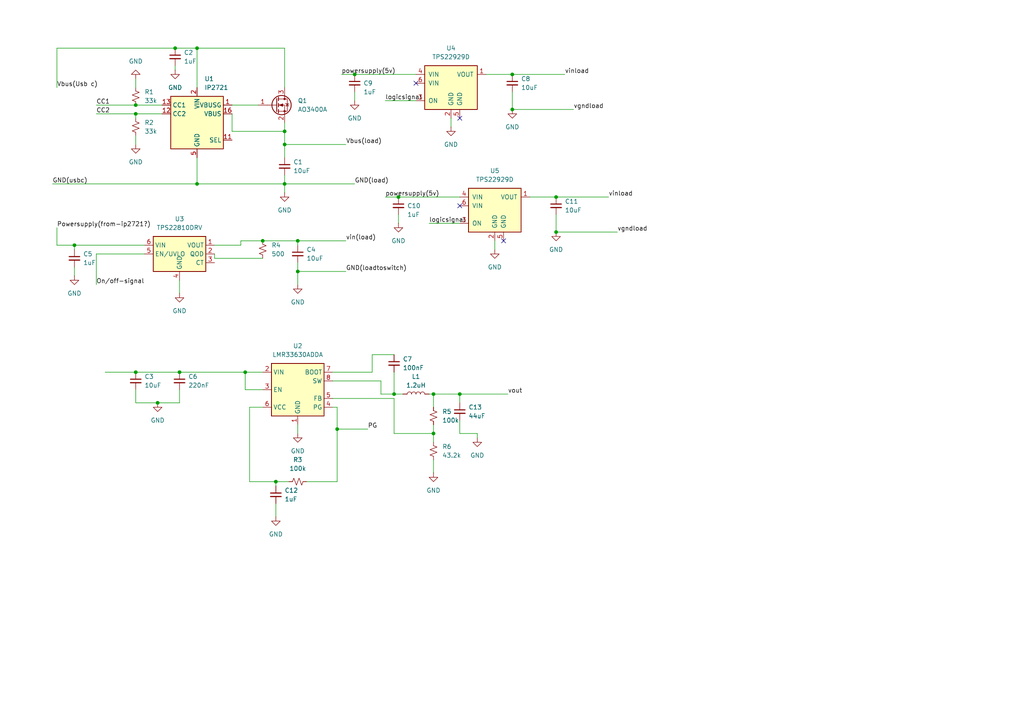
<source format=kicad_sch>
(kicad_sch
	(version 20250114)
	(generator "eeschema")
	(generator_version "9.0")
	(uuid "382a6ac6-0850-4865-96ab-8910b47359bb")
	(paper "A4")
	(lib_symbols
		(symbol "Device:C_Small"
			(pin_numbers
				(hide yes)
			)
			(pin_names
				(offset 0.254)
				(hide yes)
			)
			(exclude_from_sim no)
			(in_bom yes)
			(on_board yes)
			(property "Reference" "C"
				(at 0.254 1.778 0)
				(effects
					(font
						(size 1.27 1.27)
					)
					(justify left)
				)
			)
			(property "Value" "C_Small"
				(at 0.254 -2.032 0)
				(effects
					(font
						(size 1.27 1.27)
					)
					(justify left)
				)
			)
			(property "Footprint" ""
				(at 0 0 0)
				(effects
					(font
						(size 1.27 1.27)
					)
					(hide yes)
				)
			)
			(property "Datasheet" "~"
				(at 0 0 0)
				(effects
					(font
						(size 1.27 1.27)
					)
					(hide yes)
				)
			)
			(property "Description" "Unpolarized capacitor, small symbol"
				(at 0 0 0)
				(effects
					(font
						(size 1.27 1.27)
					)
					(hide yes)
				)
			)
			(property "ki_keywords" "capacitor cap"
				(at 0 0 0)
				(effects
					(font
						(size 1.27 1.27)
					)
					(hide yes)
				)
			)
			(property "ki_fp_filters" "C_*"
				(at 0 0 0)
				(effects
					(font
						(size 1.27 1.27)
					)
					(hide yes)
				)
			)
			(symbol "C_Small_0_1"
				(polyline
					(pts
						(xy -1.524 0.508) (xy 1.524 0.508)
					)
					(stroke
						(width 0.3048)
						(type default)
					)
					(fill
						(type none)
					)
				)
				(polyline
					(pts
						(xy -1.524 -0.508) (xy 1.524 -0.508)
					)
					(stroke
						(width 0.3302)
						(type default)
					)
					(fill
						(type none)
					)
				)
			)
			(symbol "C_Small_1_1"
				(pin passive line
					(at 0 2.54 270)
					(length 2.032)
					(name "~"
						(effects
							(font
								(size 1.27 1.27)
							)
						)
					)
					(number "1"
						(effects
							(font
								(size 1.27 1.27)
							)
						)
					)
				)
				(pin passive line
					(at 0 -2.54 90)
					(length 2.032)
					(name "~"
						(effects
							(font
								(size 1.27 1.27)
							)
						)
					)
					(number "2"
						(effects
							(font
								(size 1.27 1.27)
							)
						)
					)
				)
			)
			(embedded_fonts no)
		)
		(symbol "Device:L"
			(pin_numbers
				(hide yes)
			)
			(pin_names
				(offset 1.016)
				(hide yes)
			)
			(exclude_from_sim no)
			(in_bom yes)
			(on_board yes)
			(property "Reference" "L"
				(at -1.27 0 90)
				(effects
					(font
						(size 1.27 1.27)
					)
				)
			)
			(property "Value" "L"
				(at 1.905 0 90)
				(effects
					(font
						(size 1.27 1.27)
					)
				)
			)
			(property "Footprint" ""
				(at 0 0 0)
				(effects
					(font
						(size 1.27 1.27)
					)
					(hide yes)
				)
			)
			(property "Datasheet" "~"
				(at 0 0 0)
				(effects
					(font
						(size 1.27 1.27)
					)
					(hide yes)
				)
			)
			(property "Description" "Inductor"
				(at 0 0 0)
				(effects
					(font
						(size 1.27 1.27)
					)
					(hide yes)
				)
			)
			(property "ki_keywords" "inductor choke coil reactor magnetic"
				(at 0 0 0)
				(effects
					(font
						(size 1.27 1.27)
					)
					(hide yes)
				)
			)
			(property "ki_fp_filters" "Choke_* *Coil* Inductor_* L_*"
				(at 0 0 0)
				(effects
					(font
						(size 1.27 1.27)
					)
					(hide yes)
				)
			)
			(symbol "L_0_1"
				(arc
					(start 0 2.54)
					(mid 0.6323 1.905)
					(end 0 1.27)
					(stroke
						(width 0)
						(type default)
					)
					(fill
						(type none)
					)
				)
				(arc
					(start 0 1.27)
					(mid 0.6323 0.635)
					(end 0 0)
					(stroke
						(width 0)
						(type default)
					)
					(fill
						(type none)
					)
				)
				(arc
					(start 0 0)
					(mid 0.6323 -0.635)
					(end 0 -1.27)
					(stroke
						(width 0)
						(type default)
					)
					(fill
						(type none)
					)
				)
				(arc
					(start 0 -1.27)
					(mid 0.6323 -1.905)
					(end 0 -2.54)
					(stroke
						(width 0)
						(type default)
					)
					(fill
						(type none)
					)
				)
			)
			(symbol "L_1_1"
				(pin passive line
					(at 0 3.81 270)
					(length 1.27)
					(name "1"
						(effects
							(font
								(size 1.27 1.27)
							)
						)
					)
					(number "1"
						(effects
							(font
								(size 1.27 1.27)
							)
						)
					)
				)
				(pin passive line
					(at 0 -3.81 90)
					(length 1.27)
					(name "2"
						(effects
							(font
								(size 1.27 1.27)
							)
						)
					)
					(number "2"
						(effects
							(font
								(size 1.27 1.27)
							)
						)
					)
				)
			)
			(embedded_fonts no)
		)
		(symbol "Device:R_Small_US"
			(pin_numbers
				(hide yes)
			)
			(pin_names
				(offset 0.254)
				(hide yes)
			)
			(exclude_from_sim no)
			(in_bom yes)
			(on_board yes)
			(property "Reference" "R"
				(at 0.762 0.508 0)
				(effects
					(font
						(size 1.27 1.27)
					)
					(justify left)
				)
			)
			(property "Value" "R_Small_US"
				(at 0.762 -1.016 0)
				(effects
					(font
						(size 1.27 1.27)
					)
					(justify left)
				)
			)
			(property "Footprint" ""
				(at 0 0 0)
				(effects
					(font
						(size 1.27 1.27)
					)
					(hide yes)
				)
			)
			(property "Datasheet" "~"
				(at 0 0 0)
				(effects
					(font
						(size 1.27 1.27)
					)
					(hide yes)
				)
			)
			(property "Description" "Resistor, small US symbol"
				(at 0 0 0)
				(effects
					(font
						(size 1.27 1.27)
					)
					(hide yes)
				)
			)
			(property "ki_keywords" "r resistor"
				(at 0 0 0)
				(effects
					(font
						(size 1.27 1.27)
					)
					(hide yes)
				)
			)
			(property "ki_fp_filters" "R_*"
				(at 0 0 0)
				(effects
					(font
						(size 1.27 1.27)
					)
					(hide yes)
				)
			)
			(symbol "R_Small_US_1_1"
				(polyline
					(pts
						(xy 0 1.524) (xy 1.016 1.143) (xy 0 0.762) (xy -1.016 0.381) (xy 0 0)
					)
					(stroke
						(width 0)
						(type default)
					)
					(fill
						(type none)
					)
				)
				(polyline
					(pts
						(xy 0 0) (xy 1.016 -0.381) (xy 0 -0.762) (xy -1.016 -1.143) (xy 0 -1.524)
					)
					(stroke
						(width 0)
						(type default)
					)
					(fill
						(type none)
					)
				)
				(pin passive line
					(at 0 2.54 270)
					(length 1.016)
					(name "~"
						(effects
							(font
								(size 1.27 1.27)
							)
						)
					)
					(number "1"
						(effects
							(font
								(size 1.27 1.27)
							)
						)
					)
				)
				(pin passive line
					(at 0 -2.54 90)
					(length 1.016)
					(name "~"
						(effects
							(font
								(size 1.27 1.27)
							)
						)
					)
					(number "2"
						(effects
							(font
								(size 1.27 1.27)
							)
						)
					)
				)
			)
			(embedded_fonts no)
		)
		(symbol "Interface_USB:IP2721"
			(exclude_from_sim no)
			(in_bom yes)
			(on_board yes)
			(property "Reference" "U"
				(at 5.08 -10.16 0)
				(effects
					(font
						(size 1.27 1.27)
					)
				)
			)
			(property "Value" "IP2721"
				(at 7.62 -12.7 0)
				(effects
					(font
						(size 1.27 1.27)
					)
				)
			)
			(property "Footprint" "Package_SO:TSSOP-16_4.4x5mm_P0.65mm"
				(at 0 -20.32 0)
				(effects
					(font
						(size 1.27 1.27)
					)
					(hide yes)
				)
			)
			(property "Datasheet" "https://datasheet.lcsc.com/lcsc/2006111335_INJOINIC-IP2721_C603176.pdf"
				(at 0 0 0)
				(effects
					(font
						(size 1.27 1.27)
					)
					(hide yes)
				)
			)
			(property "Description" "USB TYPEC  PD Controller Interface, TSSOP-16"
				(at 0 0 0)
				(effects
					(font
						(size 1.27 1.27)
					)
					(hide yes)
				)
			)
			(property "ki_keywords" "USB TYPEC PD"
				(at 0 0 0)
				(effects
					(font
						(size 1.27 1.27)
					)
					(hide yes)
				)
			)
			(property "ki_fp_filters" "TSSOP*16*4.4x5mm*P0.65mm*"
				(at 0 0 0)
				(effects
					(font
						(size 1.27 1.27)
					)
					(hide yes)
				)
			)
			(symbol "IP2721_0_1"
				(rectangle
					(start -7.62 7.62)
					(end 7.62 -7.62)
					(stroke
						(width 0.254)
						(type default)
					)
					(fill
						(type background)
					)
				)
			)
			(symbol "IP2721_1_1"
				(pin bidirectional line
					(at -10.16 5.08 0)
					(length 2.54)
					(name "CC1"
						(effects
							(font
								(size 1.27 1.27)
							)
						)
					)
					(number "13"
						(effects
							(font
								(size 1.27 1.27)
							)
						)
					)
				)
				(pin bidirectional line
					(at -10.16 2.54 0)
					(length 2.54)
					(name "CC2"
						(effects
							(font
								(size 1.27 1.27)
							)
						)
					)
					(number "12"
						(effects
							(font
								(size 1.27 1.27)
							)
						)
					)
				)
				(pin no_connect line
					(at -7.62 -2.54 0)
					(length 2.54)
					(hide yes)
					(name "NC"
						(effects
							(font
								(size 1.27 1.27)
							)
						)
					)
					(number "4"
						(effects
							(font
								(size 1.27 1.27)
							)
						)
					)
				)
				(pin no_connect line
					(at -5.08 7.62 270)
					(length 2.54)
					(hide yes)
					(name "NC"
						(effects
							(font
								(size 1.27 1.27)
							)
						)
					)
					(number "3"
						(effects
							(font
								(size 1.27 1.27)
							)
						)
					)
				)
				(pin no_connect line
					(at -5.08 -7.62 90)
					(length 2.54)
					(hide yes)
					(name "NC"
						(effects
							(font
								(size 1.27 1.27)
							)
						)
					)
					(number "9"
						(effects
							(font
								(size 1.27 1.27)
							)
						)
					)
				)
				(pin no_connect line
					(at -2.54 7.62 270)
					(length 2.54)
					(hide yes)
					(name "NC"
						(effects
							(font
								(size 1.27 1.27)
							)
						)
					)
					(number "6"
						(effects
							(font
								(size 1.27 1.27)
							)
						)
					)
				)
				(pin no_connect line
					(at -2.54 -7.62 90)
					(length 2.54)
					(hide yes)
					(name "NC"
						(effects
							(font
								(size 1.27 1.27)
							)
						)
					)
					(number "10"
						(effects
							(font
								(size 1.27 1.27)
							)
						)
					)
				)
				(pin power_in line
					(at 0 10.16 270)
					(length 2.54)
					(name "VIN"
						(effects
							(font
								(size 1.27 1.27)
							)
						)
					)
					(number "2"
						(effects
							(font
								(size 1.27 1.27)
							)
						)
					)
				)
				(pin power_in line
					(at 0 -10.16 90)
					(length 2.54)
					(name "GND"
						(effects
							(font
								(size 1.27 1.27)
							)
						)
					)
					(number "5"
						(effects
							(font
								(size 1.27 1.27)
							)
						)
					)
				)
				(pin no_connect line
					(at 2.54 7.62 270)
					(length 2.54)
					(hide yes)
					(name "NC"
						(effects
							(font
								(size 1.27 1.27)
							)
						)
					)
					(number "7"
						(effects
							(font
								(size 1.27 1.27)
							)
						)
					)
				)
				(pin no_connect line
					(at 2.54 -7.62 90)
					(length 2.54)
					(hide yes)
					(name "NC"
						(effects
							(font
								(size 1.27 1.27)
							)
						)
					)
					(number "14"
						(effects
							(font
								(size 1.27 1.27)
							)
						)
					)
				)
				(pin no_connect line
					(at 5.08 7.62 270)
					(length 2.54)
					(hide yes)
					(name "NC"
						(effects
							(font
								(size 1.27 1.27)
							)
						)
					)
					(number "8"
						(effects
							(font
								(size 1.27 1.27)
							)
						)
					)
				)
				(pin no_connect line
					(at 5.08 -7.62 90)
					(length 2.54)
					(hide yes)
					(name "NC"
						(effects
							(font
								(size 1.27 1.27)
							)
						)
					)
					(number "15"
						(effects
							(font
								(size 1.27 1.27)
							)
						)
					)
				)
				(pin output line
					(at 10.16 5.08 180)
					(length 2.54)
					(name "VBUSG"
						(effects
							(font
								(size 1.27 1.27)
							)
						)
					)
					(number "1"
						(effects
							(font
								(size 1.27 1.27)
							)
						)
					)
				)
				(pin input line
					(at 10.16 2.54 180)
					(length 2.54)
					(name "VBUS"
						(effects
							(font
								(size 1.27 1.27)
							)
						)
					)
					(number "16"
						(effects
							(font
								(size 1.27 1.27)
							)
						)
					)
				)
				(pin input line
					(at 10.16 -5.08 180)
					(length 2.54)
					(name "SEL"
						(effects
							(font
								(size 1.27 1.27)
							)
						)
					)
					(number "11"
						(effects
							(font
								(size 1.27 1.27)
							)
						)
					)
				)
			)
			(embedded_fonts no)
		)
		(symbol "Power_Management:TPS22810DRV"
			(exclude_from_sim no)
			(in_bom yes)
			(on_board yes)
			(property "Reference" "U"
				(at -6.35 6.35 0)
				(effects
					(font
						(size 1.27 1.27)
					)
				)
			)
			(property "Value" "TPS22810DRV"
				(at 7.62 -6.35 0)
				(effects
					(font
						(size 1.27 1.27)
					)
				)
			)
			(property "Footprint" "Package_SON:WSON-6-1EP_2x2mm_P0.65mm_EP1x1.6mm"
				(at 0 -17.78 0)
				(effects
					(font
						(size 1.27 1.27)
					)
					(hide yes)
				)
			)
			(property "Datasheet" "http://www.ti.com/lit/ds/symlink/tps22810.pdf"
				(at 0 0 0)
				(effects
					(font
						(size 1.27 1.27)
					)
					(hide yes)
				)
			)
			(property "Description" "2.7-18V, 79mohms On-Resistance Load Switch With Thermal Protection, WSON-6"
				(at 0 0 0)
				(effects
					(font
						(size 1.27 1.27)
					)
					(hide yes)
				)
			)
			(property "ki_keywords" "load switch thermal protection"
				(at 0 0 0)
				(effects
					(font
						(size 1.27 1.27)
					)
					(hide yes)
				)
			)
			(property "ki_fp_filters" "WSON*1EP*2x2mm*P0.65mm*"
				(at 0 0 0)
				(effects
					(font
						(size 1.27 1.27)
					)
					(hide yes)
				)
			)
			(symbol "TPS22810DRV_1_1"
				(rectangle
					(start -7.62 5.08)
					(end 7.62 -5.08)
					(stroke
						(width 0.254)
						(type default)
					)
					(fill
						(type background)
					)
				)
				(pin power_in line
					(at -10.16 2.54 0)
					(length 2.54)
					(name "VIN"
						(effects
							(font
								(size 1.27 1.27)
							)
						)
					)
					(number "6"
						(effects
							(font
								(size 1.27 1.27)
							)
						)
					)
				)
				(pin input line
					(at -10.16 0 0)
					(length 2.54)
					(name "EN/UVLO"
						(effects
							(font
								(size 1.27 1.27)
							)
						)
					)
					(number "5"
						(effects
							(font
								(size 1.27 1.27)
							)
						)
					)
				)
				(pin power_in line
					(at 0 -7.62 90)
					(length 2.54)
					(name "GND"
						(effects
							(font
								(size 1.27 1.27)
							)
						)
					)
					(number "4"
						(effects
							(font
								(size 1.27 1.27)
							)
						)
					)
				)
				(pin passive line
					(at 0 -7.62 90)
					(length 2.54)
					(hide yes)
					(name "GND"
						(effects
							(font
								(size 1.27 1.27)
							)
						)
					)
					(number "7"
						(effects
							(font
								(size 1.27 1.27)
							)
						)
					)
				)
				(pin power_out line
					(at 10.16 2.54 180)
					(length 2.54)
					(name "VOUT"
						(effects
							(font
								(size 1.27 1.27)
							)
						)
					)
					(number "1"
						(effects
							(font
								(size 1.27 1.27)
							)
						)
					)
				)
				(pin open_collector line
					(at 10.16 0 180)
					(length 2.54)
					(name "QOD"
						(effects
							(font
								(size 1.27 1.27)
							)
						)
					)
					(number "2"
						(effects
							(font
								(size 1.27 1.27)
							)
						)
					)
				)
				(pin output line
					(at 10.16 -2.54 180)
					(length 2.54)
					(name "CT"
						(effects
							(font
								(size 1.27 1.27)
							)
						)
					)
					(number "3"
						(effects
							(font
								(size 1.27 1.27)
							)
						)
					)
				)
			)
			(embedded_fonts no)
		)
		(symbol "Power_Management:TPS22929D"
			(pin_names
				(offset 1.016)
			)
			(exclude_from_sim no)
			(in_bom yes)
			(on_board yes)
			(property "Reference" "U"
				(at -7.62 8.89 0)
				(effects
					(font
						(size 1.27 1.27)
					)
					(justify left)
				)
			)
			(property "Value" "TPS22929D"
				(at 7.62 8.89 0)
				(effects
					(font
						(size 1.27 1.27)
					)
					(justify right)
				)
			)
			(property "Footprint" "Package_TO_SOT_SMD:SOT-23-6"
				(at 0 -10.16 0)
				(effects
					(font
						(size 1.27 1.27)
					)
					(hide yes)
				)
			)
			(property "Datasheet" "http://www.ti.com/lit/ds/symlink/tps22929d.pdf"
				(at -2.54 11.43 0)
				(effects
					(font
						(size 1.27 1.27)
					)
					(hide yes)
				)
			)
			(property "Description" "High side, power distribution switch, 1.4V-5.5V, 1.8A, SOT23-6 package"
				(at 0 0 0)
				(effects
					(font
						(size 1.27 1.27)
					)
					(hide yes)
				)
			)
			(property "ki_keywords" "high-side power distribution switch"
				(at 0 0 0)
				(effects
					(font
						(size 1.27 1.27)
					)
					(hide yes)
				)
			)
			(property "ki_fp_filters" "SOT?23*"
				(at 0 0 0)
				(effects
					(font
						(size 1.27 1.27)
					)
					(hide yes)
				)
			)
			(symbol "TPS22929D_0_1"
				(rectangle
					(start -7.62 7.62)
					(end 7.62 -5.08)
					(stroke
						(width 0.254)
						(type default)
					)
					(fill
						(type background)
					)
				)
			)
			(symbol "TPS22929D_1_1"
				(pin power_in line
					(at -10.16 5.08 0)
					(length 2.54)
					(name "VIN"
						(effects
							(font
								(size 1.27 1.27)
							)
						)
					)
					(number "4"
						(effects
							(font
								(size 1.27 1.27)
							)
						)
					)
				)
				(pin power_in line
					(at -10.16 2.54 0)
					(length 2.54)
					(name "VIN"
						(effects
							(font
								(size 1.27 1.27)
							)
						)
					)
					(number "6"
						(effects
							(font
								(size 1.27 1.27)
							)
						)
					)
				)
				(pin input line
					(at -10.16 -2.54 0)
					(length 2.54)
					(name "ON"
						(effects
							(font
								(size 1.27 1.27)
							)
						)
					)
					(number "3"
						(effects
							(font
								(size 1.27 1.27)
							)
						)
					)
				)
				(pin power_in line
					(at 0 -7.62 90)
					(length 2.54)
					(name "GND"
						(effects
							(font
								(size 1.27 1.27)
							)
						)
					)
					(number "2"
						(effects
							(font
								(size 1.27 1.27)
							)
						)
					)
				)
				(pin power_in line
					(at 2.54 -7.62 90)
					(length 2.54)
					(name "GND"
						(effects
							(font
								(size 1.27 1.27)
							)
						)
					)
					(number "5"
						(effects
							(font
								(size 1.27 1.27)
							)
						)
					)
				)
				(pin power_out line
					(at 10.16 5.08 180)
					(length 2.54)
					(name "VOUT"
						(effects
							(font
								(size 1.27 1.27)
							)
						)
					)
					(number "1"
						(effects
							(font
								(size 1.27 1.27)
							)
						)
					)
				)
			)
			(embedded_fonts no)
		)
		(symbol "Regulator_Switching:LMR33630ADDA"
			(exclude_from_sim no)
			(in_bom yes)
			(on_board yes)
			(property "Reference" "U"
				(at 0 11.43 0)
				(effects
					(font
						(size 1.27 1.27)
					)
				)
			)
			(property "Value" "LMR33630ADDA"
				(at 0 8.89 0)
				(effects
					(font
						(size 1.27 1.27)
					)
				)
			)
			(property "Footprint" "Package_SO:Texas_HSOP-8-1EP_3.9x4.9mm_P1.27mm_ThermalVias"
				(at 0 -20.32 0)
				(effects
					(font
						(size 1.27 1.27)
					)
					(hide yes)
				)
			)
			(property "Datasheet" "http://www.ti.com/lit/ds/symlink/lmr33630.pdf"
				(at 0 -2.54 0)
				(effects
					(font
						(size 1.27 1.27)
					)
					(hide yes)
				)
			)
			(property "Description" "Simple Switcher Synchronous Buck Regulator, Vin=3.8-36V, Iout=3A, F=400kHz, Adjustable output voltage, HSOP-8"
				(at 0 0 0)
				(effects
					(font
						(size 1.27 1.27)
					)
					(hide yes)
				)
			)
			(property "ki_keywords" "simple-switcher synchronous buck step-down voltage-regulator"
				(at 0 0 0)
				(effects
					(font
						(size 1.27 1.27)
					)
					(hide yes)
				)
			)
			(property "ki_fp_filters" "Texas*HSOP*1EP*"
				(at 0 0 0)
				(effects
					(font
						(size 1.27 1.27)
					)
					(hide yes)
				)
			)
			(symbol "LMR33630ADDA_0_1"
				(rectangle
					(start -7.62 7.62)
					(end 7.62 -7.62)
					(stroke
						(width 0.254)
						(type default)
					)
					(fill
						(type background)
					)
				)
			)
			(symbol "LMR33630ADDA_1_1"
				(pin power_in line
					(at -10.16 5.08 0)
					(length 2.54)
					(name "VIN"
						(effects
							(font
								(size 1.27 1.27)
							)
						)
					)
					(number "2"
						(effects
							(font
								(size 1.27 1.27)
							)
						)
					)
				)
				(pin input line
					(at -10.16 0 0)
					(length 2.54)
					(name "EN"
						(effects
							(font
								(size 1.27 1.27)
							)
						)
					)
					(number "3"
						(effects
							(font
								(size 1.27 1.27)
							)
						)
					)
				)
				(pin power_out line
					(at -10.16 -5.08 0)
					(length 2.54)
					(name "VCC"
						(effects
							(font
								(size 1.27 1.27)
							)
						)
					)
					(number "6"
						(effects
							(font
								(size 1.27 1.27)
							)
						)
					)
				)
				(pin power_in line
					(at 0 -10.16 90)
					(length 2.54)
					(name "GND"
						(effects
							(font
								(size 1.27 1.27)
							)
						)
					)
					(number "1"
						(effects
							(font
								(size 1.27 1.27)
							)
						)
					)
				)
				(pin passive line
					(at 0 -10.16 90)
					(length 2.54)
					(hide yes)
					(name "GND"
						(effects
							(font
								(size 1.27 1.27)
							)
						)
					)
					(number "9"
						(effects
							(font
								(size 1.27 1.27)
							)
						)
					)
				)
				(pin input line
					(at 10.16 5.08 180)
					(length 2.54)
					(name "BOOT"
						(effects
							(font
								(size 1.27 1.27)
							)
						)
					)
					(number "7"
						(effects
							(font
								(size 1.27 1.27)
							)
						)
					)
				)
				(pin output line
					(at 10.16 2.54 180)
					(length 2.54)
					(name "SW"
						(effects
							(font
								(size 1.27 1.27)
							)
						)
					)
					(number "8"
						(effects
							(font
								(size 1.27 1.27)
							)
						)
					)
				)
				(pin input line
					(at 10.16 -2.54 180)
					(length 2.54)
					(name "FB"
						(effects
							(font
								(size 1.27 1.27)
							)
						)
					)
					(number "5"
						(effects
							(font
								(size 1.27 1.27)
							)
						)
					)
				)
				(pin open_collector line
					(at 10.16 -5.08 180)
					(length 2.54)
					(name "PG"
						(effects
							(font
								(size 1.27 1.27)
							)
						)
					)
					(number "4"
						(effects
							(font
								(size 1.27 1.27)
							)
						)
					)
				)
			)
			(embedded_fonts no)
		)
		(symbol "Transistor_FET:AO3400A"
			(pin_names
				(hide yes)
			)
			(exclude_from_sim no)
			(in_bom yes)
			(on_board yes)
			(property "Reference" "Q"
				(at 5.08 1.905 0)
				(effects
					(font
						(size 1.27 1.27)
					)
					(justify left)
				)
			)
			(property "Value" "AO3400A"
				(at 5.08 0 0)
				(effects
					(font
						(size 1.27 1.27)
					)
					(justify left)
				)
			)
			(property "Footprint" "Package_TO_SOT_SMD:SOT-23"
				(at 5.08 -1.905 0)
				(effects
					(font
						(size 1.27 1.27)
						(italic yes)
					)
					(justify left)
					(hide yes)
				)
			)
			(property "Datasheet" "http://www.aosmd.com/pdfs/datasheet/AO3400A.pdf"
				(at 5.08 -3.81 0)
				(effects
					(font
						(size 1.27 1.27)
					)
					(justify left)
					(hide yes)
				)
			)
			(property "Description" "30V Vds, 5.7A Id, N-Channel MOSFET, SOT-23"
				(at 0 0 0)
				(effects
					(font
						(size 1.27 1.27)
					)
					(hide yes)
				)
			)
			(property "ki_keywords" "N-Channel MOSFET"
				(at 0 0 0)
				(effects
					(font
						(size 1.27 1.27)
					)
					(hide yes)
				)
			)
			(property "ki_fp_filters" "SOT?23*"
				(at 0 0 0)
				(effects
					(font
						(size 1.27 1.27)
					)
					(hide yes)
				)
			)
			(symbol "AO3400A_0_1"
				(polyline
					(pts
						(xy 0.254 1.905) (xy 0.254 -1.905)
					)
					(stroke
						(width 0.254)
						(type default)
					)
					(fill
						(type none)
					)
				)
				(polyline
					(pts
						(xy 0.254 0) (xy -2.54 0)
					)
					(stroke
						(width 0)
						(type default)
					)
					(fill
						(type none)
					)
				)
				(polyline
					(pts
						(xy 0.762 2.286) (xy 0.762 1.27)
					)
					(stroke
						(width 0.254)
						(type default)
					)
					(fill
						(type none)
					)
				)
				(polyline
					(pts
						(xy 0.762 0.508) (xy 0.762 -0.508)
					)
					(stroke
						(width 0.254)
						(type default)
					)
					(fill
						(type none)
					)
				)
				(polyline
					(pts
						(xy 0.762 -1.27) (xy 0.762 -2.286)
					)
					(stroke
						(width 0.254)
						(type default)
					)
					(fill
						(type none)
					)
				)
				(polyline
					(pts
						(xy 0.762 -1.778) (xy 3.302 -1.778) (xy 3.302 1.778) (xy 0.762 1.778)
					)
					(stroke
						(width 0)
						(type default)
					)
					(fill
						(type none)
					)
				)
				(polyline
					(pts
						(xy 1.016 0) (xy 2.032 0.381) (xy 2.032 -0.381) (xy 1.016 0)
					)
					(stroke
						(width 0)
						(type default)
					)
					(fill
						(type outline)
					)
				)
				(circle
					(center 1.651 0)
					(radius 2.794)
					(stroke
						(width 0.254)
						(type default)
					)
					(fill
						(type none)
					)
				)
				(polyline
					(pts
						(xy 2.54 2.54) (xy 2.54 1.778)
					)
					(stroke
						(width 0)
						(type default)
					)
					(fill
						(type none)
					)
				)
				(circle
					(center 2.54 1.778)
					(radius 0.254)
					(stroke
						(width 0)
						(type default)
					)
					(fill
						(type outline)
					)
				)
				(circle
					(center 2.54 -1.778)
					(radius 0.254)
					(stroke
						(width 0)
						(type default)
					)
					(fill
						(type outline)
					)
				)
				(polyline
					(pts
						(xy 2.54 -2.54) (xy 2.54 0) (xy 0.762 0)
					)
					(stroke
						(width 0)
						(type default)
					)
					(fill
						(type none)
					)
				)
				(polyline
					(pts
						(xy 2.794 0.508) (xy 2.921 0.381) (xy 3.683 0.381) (xy 3.81 0.254)
					)
					(stroke
						(width 0)
						(type default)
					)
					(fill
						(type none)
					)
				)
				(polyline
					(pts
						(xy 3.302 0.381) (xy 2.921 -0.254) (xy 3.683 -0.254) (xy 3.302 0.381)
					)
					(stroke
						(width 0)
						(type default)
					)
					(fill
						(type none)
					)
				)
			)
			(symbol "AO3400A_1_1"
				(pin input line
					(at -5.08 0 0)
					(length 2.54)
					(name "G"
						(effects
							(font
								(size 1.27 1.27)
							)
						)
					)
					(number "1"
						(effects
							(font
								(size 1.27 1.27)
							)
						)
					)
				)
				(pin passive line
					(at 2.54 5.08 270)
					(length 2.54)
					(name "D"
						(effects
							(font
								(size 1.27 1.27)
							)
						)
					)
					(number "3"
						(effects
							(font
								(size 1.27 1.27)
							)
						)
					)
				)
				(pin passive line
					(at 2.54 -5.08 90)
					(length 2.54)
					(name "S"
						(effects
							(font
								(size 1.27 1.27)
							)
						)
					)
					(number "2"
						(effects
							(font
								(size 1.27 1.27)
							)
						)
					)
				)
			)
			(embedded_fonts no)
		)
		(symbol "power:GND"
			(power)
			(pin_numbers
				(hide yes)
			)
			(pin_names
				(offset 0)
				(hide yes)
			)
			(exclude_from_sim no)
			(in_bom yes)
			(on_board yes)
			(property "Reference" "#PWR"
				(at 0 -6.35 0)
				(effects
					(font
						(size 1.27 1.27)
					)
					(hide yes)
				)
			)
			(property "Value" "GND"
				(at 0 -3.81 0)
				(effects
					(font
						(size 1.27 1.27)
					)
				)
			)
			(property "Footprint" ""
				(at 0 0 0)
				(effects
					(font
						(size 1.27 1.27)
					)
					(hide yes)
				)
			)
			(property "Datasheet" ""
				(at 0 0 0)
				(effects
					(font
						(size 1.27 1.27)
					)
					(hide yes)
				)
			)
			(property "Description" "Power symbol creates a global label with name \"GND\" , ground"
				(at 0 0 0)
				(effects
					(font
						(size 1.27 1.27)
					)
					(hide yes)
				)
			)
			(property "ki_keywords" "global power"
				(at 0 0 0)
				(effects
					(font
						(size 1.27 1.27)
					)
					(hide yes)
				)
			)
			(symbol "GND_0_1"
				(polyline
					(pts
						(xy 0 0) (xy 0 -1.27) (xy 1.27 -1.27) (xy 0 -2.54) (xy -1.27 -1.27) (xy 0 -1.27)
					)
					(stroke
						(width 0)
						(type default)
					)
					(fill
						(type none)
					)
				)
			)
			(symbol "GND_1_1"
				(pin power_in line
					(at 0 0 270)
					(length 0)
					(name "~"
						(effects
							(font
								(size 1.27 1.27)
							)
						)
					)
					(number "1"
						(effects
							(font
								(size 1.27 1.27)
							)
						)
					)
				)
			)
			(embedded_fonts no)
		)
	)
	(junction
		(at 39.37 33.02)
		(diameter 0)
		(color 0 0 0 0)
		(uuid "043c2646-a4ef-4113-8cc0-a16943b7b0c9")
	)
	(junction
		(at 148.59 21.59)
		(diameter 0)
		(color 0 0 0 0)
		(uuid "1dc88055-54fb-4050-b02e-a7289704ed96")
	)
	(junction
		(at 125.73 114.3)
		(diameter 0)
		(color 0 0 0 0)
		(uuid "1ebc1266-fa3b-415e-84c1-9ba53d236b66")
	)
	(junction
		(at 97.79 124.46)
		(diameter 0)
		(color 0 0 0 0)
		(uuid "21c354bb-f852-4007-9cee-f67c41974651")
	)
	(junction
		(at 82.55 53.34)
		(diameter 0)
		(color 0 0 0 0)
		(uuid "23aec04e-2a0a-4c32-a205-7b2d8e0445f5")
	)
	(junction
		(at 45.72 116.84)
		(diameter 0)
		(color 0 0 0 0)
		(uuid "2bfb63a2-68b8-4ed2-afdc-425e0ff42958")
	)
	(junction
		(at 115.57 57.15)
		(diameter 0)
		(color 0 0 0 0)
		(uuid "33e0d375-e529-4775-b73b-6853d39afe9a")
	)
	(junction
		(at 39.37 107.95)
		(diameter 0)
		(color 0 0 0 0)
		(uuid "42f1d281-36ec-4504-9999-03b7c83a2317")
	)
	(junction
		(at 161.29 57.15)
		(diameter 0)
		(color 0 0 0 0)
		(uuid "44071f0e-d664-47af-915a-6d880063f5a2")
	)
	(junction
		(at 50.8 13.97)
		(diameter 0)
		(color 0 0 0 0)
		(uuid "47f0f4ee-53d0-4db0-a718-a6d809a77fdb")
	)
	(junction
		(at 57.15 13.97)
		(diameter 0)
		(color 0 0 0 0)
		(uuid "5135f2f8-40a2-4a8a-95df-8ee43b52c081")
	)
	(junction
		(at 82.55 41.91)
		(diameter 0)
		(color 0 0 0 0)
		(uuid "596b98c8-57dd-4e31-98a4-44d893d67920")
	)
	(junction
		(at 71.12 107.95)
		(diameter 0)
		(color 0 0 0 0)
		(uuid "68ca8bfe-d712-4949-9205-b2d9630c8d5c")
	)
	(junction
		(at 82.55 38.1)
		(diameter 0)
		(color 0 0 0 0)
		(uuid "6b0925d4-5abf-4f5b-952e-b48e236ff72d")
	)
	(junction
		(at 102.87 21.59)
		(diameter 0)
		(color 0 0 0 0)
		(uuid "76ce359a-6aa3-4346-932c-d5689ff04901")
	)
	(junction
		(at 86.36 69.85)
		(diameter 0)
		(color 0 0 0 0)
		(uuid "87db246b-8ac7-4586-9133-8968ba032747")
	)
	(junction
		(at 39.37 30.48)
		(diameter 0)
		(color 0 0 0 0)
		(uuid "90d376fb-75e9-471b-b834-884af2fbd7d5")
	)
	(junction
		(at 114.3 114.3)
		(diameter 0)
		(color 0 0 0 0)
		(uuid "9ef8a0d4-caf8-4480-83c7-e9a3d0b8522b")
	)
	(junction
		(at 161.29 67.31)
		(diameter 0)
		(color 0 0 0 0)
		(uuid "aa513513-5d23-4ec4-bbc5-4d4c3a1f1af4")
	)
	(junction
		(at 21.59 71.12)
		(diameter 0)
		(color 0 0 0 0)
		(uuid "b59e7302-9f82-4e7d-9381-9b29a2958cc5")
	)
	(junction
		(at 133.35 114.3)
		(diameter 0)
		(color 0 0 0 0)
		(uuid "b66831b1-98ff-4fab-86ea-22b70db812b5")
	)
	(junction
		(at 76.2 69.85)
		(diameter 0)
		(color 0 0 0 0)
		(uuid "c7ae658b-434c-4d43-a45a-e41fb6a02745")
	)
	(junction
		(at 86.36 78.74)
		(diameter 0)
		(color 0 0 0 0)
		(uuid "d1f2a9e7-424e-4bd0-a83d-2fa343d4051a")
	)
	(junction
		(at 57.15 53.34)
		(diameter 0)
		(color 0 0 0 0)
		(uuid "d30546a2-6d1d-4e01-9168-d04a522be44e")
	)
	(junction
		(at 80.01 139.7)
		(diameter 0)
		(color 0 0 0 0)
		(uuid "d749fdc0-819a-4514-a406-a65b4dc68e57")
	)
	(junction
		(at 125.73 125.73)
		(diameter 0)
		(color 0 0 0 0)
		(uuid "d83acbf1-71f2-47f0-9cf8-89a9ba5ba059")
	)
	(junction
		(at 148.59 31.75)
		(diameter 0)
		(color 0 0 0 0)
		(uuid "e533ca82-bf40-4e30-a0fe-5504c38b4b9e")
	)
	(junction
		(at 52.07 107.95)
		(diameter 0)
		(color 0 0 0 0)
		(uuid "f9132d3c-8c4b-4b8a-bb94-74d0e36428a8")
	)
	(no_connect
		(at 146.05 69.85)
		(uuid "230f69c3-35bb-4795-b98f-976ec84c60e5")
	)
	(no_connect
		(at 133.35 34.29)
		(uuid "a8b4898f-1f30-4a31-851d-a79f0c42cddd")
	)
	(no_connect
		(at 133.35 59.69)
		(uuid "c2ff97ad-00fb-4c2c-9d39-15a4d88ea16d")
	)
	(no_connect
		(at 120.65 24.13)
		(uuid "c78db650-bc07-4856-a1a1-3eef54d8f2e0")
	)
	(wire
		(pts
			(xy 69.85 69.85) (xy 76.2 69.85)
		)
		(stroke
			(width 0)
			(type default)
		)
		(uuid "00582447-8b9f-4bca-8d08-d436025c914e")
	)
	(wire
		(pts
			(xy 97.79 124.46) (xy 97.79 139.7)
		)
		(stroke
			(width 0)
			(type default)
		)
		(uuid "01513214-426a-43b3-90b9-81552f1cabfe")
	)
	(wire
		(pts
			(xy 161.29 67.31) (xy 179.07 67.31)
		)
		(stroke
			(width 0)
			(type default)
		)
		(uuid "0422e7b7-6dfe-4d6f-b94d-b2932ec4e26c")
	)
	(wire
		(pts
			(xy 138.43 125.73) (xy 133.35 125.73)
		)
		(stroke
			(width 0)
			(type default)
		)
		(uuid "0429798d-9c6c-4d01-bc48-dafeee054547")
	)
	(wire
		(pts
			(xy 125.73 114.3) (xy 133.35 114.3)
		)
		(stroke
			(width 0)
			(type default)
		)
		(uuid "06206aac-76a9-418b-bc3a-9c213cf89c22")
	)
	(wire
		(pts
			(xy 83.82 139.7) (xy 80.01 139.7)
		)
		(stroke
			(width 0)
			(type default)
		)
		(uuid "0e65660e-ca97-4618-b250-4a46b214ddb3")
	)
	(wire
		(pts
			(xy 111.76 29.21) (xy 120.65 29.21)
		)
		(stroke
			(width 0)
			(type default)
		)
		(uuid "0f75270b-3f10-4eb5-88bf-59dabb40f603")
	)
	(wire
		(pts
			(xy 124.46 114.3) (xy 125.73 114.3)
		)
		(stroke
			(width 0)
			(type default)
		)
		(uuid "128499b1-22a0-4884-bf79-885b6253c62b")
	)
	(wire
		(pts
			(xy 111.76 57.15) (xy 115.57 57.15)
		)
		(stroke
			(width 0)
			(type default)
		)
		(uuid "1534d527-64ae-4aa8-ba1f-51601ef2d9e9")
	)
	(wire
		(pts
			(xy 86.36 78.74) (xy 100.33 78.74)
		)
		(stroke
			(width 0)
			(type default)
		)
		(uuid "15d7235d-37c8-4f67-b9fd-2e97ceaefcf6")
	)
	(wire
		(pts
			(xy 57.15 13.97) (xy 82.55 13.97)
		)
		(stroke
			(width 0)
			(type default)
		)
		(uuid "19c24bd9-bd93-45b8-835d-d4c069ae4625")
	)
	(wire
		(pts
			(xy 57.15 45.72) (xy 57.15 53.34)
		)
		(stroke
			(width 0)
			(type default)
		)
		(uuid "1d1584ab-c506-4929-a070-15f0fd95910d")
	)
	(wire
		(pts
			(xy 96.52 107.95) (xy 107.95 107.95)
		)
		(stroke
			(width 0)
			(type default)
		)
		(uuid "2259b1c8-651c-431e-abc0-ac198b97cc5f")
	)
	(wire
		(pts
			(xy 16.51 71.12) (xy 21.59 71.12)
		)
		(stroke
			(width 0)
			(type default)
		)
		(uuid "22fde00e-88e0-468e-9365-139935d126e5")
	)
	(wire
		(pts
			(xy 16.51 66.04) (xy 16.51 71.12)
		)
		(stroke
			(width 0)
			(type default)
		)
		(uuid "24363f0e-8c05-4a47-a8de-e1410566da9a")
	)
	(wire
		(pts
			(xy 115.57 57.15) (xy 133.35 57.15)
		)
		(stroke
			(width 0)
			(type default)
		)
		(uuid "25f28326-c649-4049-8865-0eb0a54ce3a7")
	)
	(wire
		(pts
			(xy 82.55 50.8) (xy 82.55 53.34)
		)
		(stroke
			(width 0)
			(type default)
		)
		(uuid "28f6134c-372c-4414-933e-cf4bd510a521")
	)
	(wire
		(pts
			(xy 82.55 13.97) (xy 82.55 25.4)
		)
		(stroke
			(width 0)
			(type default)
		)
		(uuid "2a50640e-c9de-42a5-89d3-407b1a3fcdc4")
	)
	(wire
		(pts
			(xy 15.24 53.34) (xy 57.15 53.34)
		)
		(stroke
			(width 0)
			(type default)
		)
		(uuid "2cedef71-ff64-4e26-a51a-00953debc0ec")
	)
	(wire
		(pts
			(xy 86.36 78.74) (xy 86.36 82.55)
		)
		(stroke
			(width 0)
			(type default)
		)
		(uuid "322fc647-3cac-4f02-8949-6c42d06f9a09")
	)
	(wire
		(pts
			(xy 97.79 124.46) (xy 97.79 118.11)
		)
		(stroke
			(width 0)
			(type default)
		)
		(uuid "32da4975-e010-4c6e-acfb-3e986edf004b")
	)
	(wire
		(pts
			(xy 125.73 133.35) (xy 125.73 137.16)
		)
		(stroke
			(width 0)
			(type default)
		)
		(uuid "36db7b00-a7da-4e68-b1c6-653e18dd4a82")
	)
	(wire
		(pts
			(xy 67.31 30.48) (xy 74.93 30.48)
		)
		(stroke
			(width 0)
			(type default)
		)
		(uuid "37523c30-7a7d-4ee2-a05a-21fe18cc6826")
	)
	(wire
		(pts
			(xy 39.37 33.02) (xy 46.99 33.02)
		)
		(stroke
			(width 0)
			(type default)
		)
		(uuid "37bcabab-473f-4dd1-a2d2-91417578bca9")
	)
	(wire
		(pts
			(xy 86.36 69.85) (xy 100.33 69.85)
		)
		(stroke
			(width 0)
			(type default)
		)
		(uuid "3982c3f3-bfba-4122-8f27-19bcd2954464")
	)
	(wire
		(pts
			(xy 133.35 114.3) (xy 133.35 116.84)
		)
		(stroke
			(width 0)
			(type default)
		)
		(uuid "3d939315-f28e-43e8-b041-171c5ee80326")
	)
	(wire
		(pts
			(xy 138.43 125.73) (xy 138.43 127)
		)
		(stroke
			(width 0)
			(type default)
		)
		(uuid "3f1a4850-4687-4cd0-aa00-b935a8fa0469")
	)
	(wire
		(pts
			(xy 86.36 123.19) (xy 86.36 125.73)
		)
		(stroke
			(width 0)
			(type default)
		)
		(uuid "3fb9d90f-641e-4d22-bf7d-8db4d3b1202c")
	)
	(wire
		(pts
			(xy 114.3 114.3) (xy 116.84 114.3)
		)
		(stroke
			(width 0)
			(type default)
		)
		(uuid "40032c29-b7a2-4df1-b04a-ae05e2d5a2a2")
	)
	(wire
		(pts
			(xy 82.55 35.56) (xy 82.55 38.1)
		)
		(stroke
			(width 0)
			(type default)
		)
		(uuid "420ccdd9-5aae-43a8-af27-b3bf28a620d6")
	)
	(wire
		(pts
			(xy 125.73 123.19) (xy 125.73 125.73)
		)
		(stroke
			(width 0)
			(type default)
		)
		(uuid "48c90430-4f5f-4191-99de-d2c896ed3527")
	)
	(wire
		(pts
			(xy 76.2 69.85) (xy 86.36 69.85)
		)
		(stroke
			(width 0)
			(type default)
		)
		(uuid "49d30264-65b4-4740-8148-f4731b154571")
	)
	(wire
		(pts
			(xy 27.94 30.48) (xy 39.37 30.48)
		)
		(stroke
			(width 0)
			(type default)
		)
		(uuid "4b2dc79f-0c4d-4259-a789-6c06494115f3")
	)
	(wire
		(pts
			(xy 82.55 53.34) (xy 82.55 55.88)
		)
		(stroke
			(width 0)
			(type default)
		)
		(uuid "4f7dfbd8-4897-4621-bcd5-3b2312ee4490")
	)
	(wire
		(pts
			(xy 133.35 125.73) (xy 133.35 121.92)
		)
		(stroke
			(width 0)
			(type default)
		)
		(uuid "52143a95-1702-4e9f-b146-fe452aac8eea")
	)
	(wire
		(pts
			(xy 71.12 107.95) (xy 76.2 107.95)
		)
		(stroke
			(width 0)
			(type default)
		)
		(uuid "538037aa-b8e3-46f0-b2fe-c87beedf0bba")
	)
	(wire
		(pts
			(xy 67.31 38.1) (xy 82.55 38.1)
		)
		(stroke
			(width 0)
			(type default)
		)
		(uuid "543f50b9-fc7b-4663-8c3d-bc1211acc39e")
	)
	(wire
		(pts
			(xy 140.97 21.59) (xy 148.59 21.59)
		)
		(stroke
			(width 0)
			(type default)
		)
		(uuid "54b43cd9-3a94-448b-ad02-9fd1493b94de")
	)
	(wire
		(pts
			(xy 102.87 26.67) (xy 102.87 29.21)
		)
		(stroke
			(width 0)
			(type default)
		)
		(uuid "563fcdc1-74b8-48c0-aeaa-338bea755552")
	)
	(wire
		(pts
			(xy 52.07 113.03) (xy 52.07 116.84)
		)
		(stroke
			(width 0)
			(type default)
		)
		(uuid "57164b09-28a7-426b-955e-841e3cb5a5cc")
	)
	(wire
		(pts
			(xy 153.67 57.15) (xy 161.29 57.15)
		)
		(stroke
			(width 0)
			(type default)
		)
		(uuid "58954527-9010-46cf-ab94-c53226b14bb7")
	)
	(wire
		(pts
			(xy 39.37 30.48) (xy 46.99 30.48)
		)
		(stroke
			(width 0)
			(type default)
		)
		(uuid "605296ed-54c4-47bd-837a-c6f1d976511e")
	)
	(wire
		(pts
			(xy 30.48 107.95) (xy 39.37 107.95)
		)
		(stroke
			(width 0)
			(type default)
		)
		(uuid "621b45d1-d751-4aed-9e7b-9f379f3cc2fb")
	)
	(wire
		(pts
			(xy 57.15 13.97) (xy 57.15 25.4)
		)
		(stroke
			(width 0)
			(type default)
		)
		(uuid "645f003e-af81-40f3-bd6b-a4c91883413c")
	)
	(wire
		(pts
			(xy 82.55 41.91) (xy 100.33 41.91)
		)
		(stroke
			(width 0)
			(type default)
		)
		(uuid "6543f547-ffc7-44e6-9064-5048059041f2")
	)
	(wire
		(pts
			(xy 96.52 115.57) (xy 114.3 115.57)
		)
		(stroke
			(width 0)
			(type default)
		)
		(uuid "6901924d-e368-4f0d-a70b-f56537174409")
	)
	(wire
		(pts
			(xy 57.15 53.34) (xy 82.55 53.34)
		)
		(stroke
			(width 0)
			(type default)
		)
		(uuid "6beb4de6-9712-477a-a2b9-032e5c7431c4")
	)
	(wire
		(pts
			(xy 76.2 113.03) (xy 71.12 113.03)
		)
		(stroke
			(width 0)
			(type default)
		)
		(uuid "6c26760c-ee86-457e-a4d7-f6e353d39ab4")
	)
	(wire
		(pts
			(xy 106.68 124.46) (xy 97.79 124.46)
		)
		(stroke
			(width 0)
			(type default)
		)
		(uuid "6c4fb034-5dd3-4cbb-a7a8-d38024092f27")
	)
	(wire
		(pts
			(xy 82.55 53.34) (xy 102.87 53.34)
		)
		(stroke
			(width 0)
			(type default)
		)
		(uuid "6c770ad3-7b21-421a-9b80-42920375af66")
	)
	(wire
		(pts
			(xy 110.49 114.3) (xy 110.49 110.49)
		)
		(stroke
			(width 0)
			(type default)
		)
		(uuid "6d5095a7-4282-4db2-99b8-7619cd2b4b8a")
	)
	(wire
		(pts
			(xy 69.85 71.12) (xy 69.85 69.85)
		)
		(stroke
			(width 0)
			(type default)
		)
		(uuid "6ed3fb2c-08f1-4211-802a-6de36cc90a7a")
	)
	(wire
		(pts
			(xy 62.23 73.66) (xy 62.23 74.93)
		)
		(stroke
			(width 0)
			(type default)
		)
		(uuid "7085cdd9-939b-4e8c-8e44-cc5b7e3a1943")
	)
	(wire
		(pts
			(xy 52.07 107.95) (xy 71.12 107.95)
		)
		(stroke
			(width 0)
			(type default)
		)
		(uuid "7114bdf6-f525-4785-b1aa-e0571119570b")
	)
	(wire
		(pts
			(xy 21.59 77.47) (xy 21.59 80.01)
		)
		(stroke
			(width 0)
			(type default)
		)
		(uuid "746876aa-105e-4815-a043-16f342a078bd")
	)
	(wire
		(pts
			(xy 67.31 33.02) (xy 67.31 38.1)
		)
		(stroke
			(width 0)
			(type default)
		)
		(uuid "779d7323-316b-4ae9-94a8-a16317a1f3b3")
	)
	(wire
		(pts
			(xy 27.94 73.66) (xy 41.91 73.66)
		)
		(stroke
			(width 0)
			(type default)
		)
		(uuid "7b898f50-0f2f-4b38-9498-b73915e6c1f5")
	)
	(wire
		(pts
			(xy 45.72 116.84) (xy 52.07 116.84)
		)
		(stroke
			(width 0)
			(type default)
		)
		(uuid "803f0b3e-582d-4f45-bc57-9b15982fbb82")
	)
	(wire
		(pts
			(xy 125.73 114.3) (xy 125.73 118.11)
		)
		(stroke
			(width 0)
			(type default)
		)
		(uuid "8179d9e6-7393-47a5-bfea-0d84d89c821b")
	)
	(wire
		(pts
			(xy 39.37 107.95) (xy 52.07 107.95)
		)
		(stroke
			(width 0)
			(type default)
		)
		(uuid "8af2ac65-8f8c-4b8d-9486-2ecaa6352813")
	)
	(wire
		(pts
			(xy 86.36 76.2) (xy 86.36 78.74)
		)
		(stroke
			(width 0)
			(type default)
		)
		(uuid "8da09c1d-6cd5-4dd8-8ccf-03f3eb316850")
	)
	(wire
		(pts
			(xy 161.29 62.23) (xy 161.29 67.31)
		)
		(stroke
			(width 0)
			(type default)
		)
		(uuid "8db893e5-cde9-41be-959f-924230d24948")
	)
	(wire
		(pts
			(xy 143.51 69.85) (xy 143.51 72.39)
		)
		(stroke
			(width 0)
			(type default)
		)
		(uuid "8e917cb5-178a-437f-8206-1565b25f2d9d")
	)
	(wire
		(pts
			(xy 39.37 113.03) (xy 39.37 116.84)
		)
		(stroke
			(width 0)
			(type default)
		)
		(uuid "8f10f452-d1a7-4c7e-92f2-a0ee4ddc4e30")
	)
	(wire
		(pts
			(xy 114.3 114.3) (xy 110.49 114.3)
		)
		(stroke
			(width 0)
			(type default)
		)
		(uuid "8f88fe9b-6d50-4659-a223-2c04ab74cb0a")
	)
	(wire
		(pts
			(xy 82.55 41.91) (xy 82.55 45.72)
		)
		(stroke
			(width 0)
			(type default)
		)
		(uuid "913e26dc-e93f-4200-a677-9dea6c9136b5")
	)
	(wire
		(pts
			(xy 114.3 125.73) (xy 125.73 125.73)
		)
		(stroke
			(width 0)
			(type default)
		)
		(uuid "9200a900-19e9-410a-a711-f4d200ee56c3")
	)
	(wire
		(pts
			(xy 124.46 64.77) (xy 133.35 64.77)
		)
		(stroke
			(width 0)
			(type default)
		)
		(uuid "93737ca1-9cd1-45d8-8e0d-68b93a7725ec")
	)
	(wire
		(pts
			(xy 72.39 118.11) (xy 76.2 118.11)
		)
		(stroke
			(width 0)
			(type default)
		)
		(uuid "9503322c-a7d4-4edc-93af-e81cd207de19")
	)
	(wire
		(pts
			(xy 62.23 74.93) (xy 76.2 74.93)
		)
		(stroke
			(width 0)
			(type default)
		)
		(uuid "9a07b546-b1cc-4172-ab99-814157a74c78")
	)
	(wire
		(pts
			(xy 161.29 57.15) (xy 176.53 57.15)
		)
		(stroke
			(width 0)
			(type default)
		)
		(uuid "a19cca09-9a5b-4eb0-bedf-1aa018b58f74")
	)
	(wire
		(pts
			(xy 114.3 115.57) (xy 114.3 125.73)
		)
		(stroke
			(width 0)
			(type default)
		)
		(uuid "a544ecec-2fa4-46b0-9449-b246836b0c23")
	)
	(wire
		(pts
			(xy 80.01 139.7) (xy 72.39 139.7)
		)
		(stroke
			(width 0)
			(type default)
		)
		(uuid "a800dc92-5a1d-40b9-8ce0-2051f3bab64e")
	)
	(wire
		(pts
			(xy 62.23 71.12) (xy 69.85 71.12)
		)
		(stroke
			(width 0)
			(type default)
		)
		(uuid "acd22bc6-d29d-44ce-a08c-f4a68267ade2")
	)
	(wire
		(pts
			(xy 21.59 71.12) (xy 21.59 72.39)
		)
		(stroke
			(width 0)
			(type default)
		)
		(uuid "af0244b3-1411-4677-8014-4d2d0b748763")
	)
	(wire
		(pts
			(xy 99.06 21.59) (xy 102.87 21.59)
		)
		(stroke
			(width 0)
			(type default)
		)
		(uuid "b0df5135-c1a3-4198-ad88-4aac086000fd")
	)
	(wire
		(pts
			(xy 114.3 107.95) (xy 114.3 114.3)
		)
		(stroke
			(width 0)
			(type default)
		)
		(uuid "b2a09fa3-1694-4b53-82fc-dd7fc4fcb9c2")
	)
	(wire
		(pts
			(xy 96.52 110.49) (xy 110.49 110.49)
		)
		(stroke
			(width 0)
			(type default)
		)
		(uuid "b7b7090a-c3e0-4165-a1be-8c4ae49590eb")
	)
	(wire
		(pts
			(xy 96.52 118.11) (xy 97.79 118.11)
		)
		(stroke
			(width 0)
			(type default)
		)
		(uuid "bfa3e08b-ce04-4cc7-90fe-4bf40e34611d")
	)
	(wire
		(pts
			(xy 107.95 102.87) (xy 114.3 102.87)
		)
		(stroke
			(width 0)
			(type default)
		)
		(uuid "c19314a5-e6d0-41ce-b314-386eff2fa362")
	)
	(wire
		(pts
			(xy 148.59 26.67) (xy 148.59 31.75)
		)
		(stroke
			(width 0)
			(type default)
		)
		(uuid "c3b4d7c4-27ae-4558-b7bb-bef742a35767")
	)
	(wire
		(pts
			(xy 102.87 21.59) (xy 120.65 21.59)
		)
		(stroke
			(width 0)
			(type default)
		)
		(uuid "c3c32994-9284-4cf9-bd77-fd799dd702a4")
	)
	(wire
		(pts
			(xy 80.01 146.05) (xy 80.01 149.86)
		)
		(stroke
			(width 0)
			(type default)
		)
		(uuid "c7d683a7-18e9-490f-ac75-4ba4479c9228")
	)
	(wire
		(pts
			(xy 133.35 114.3) (xy 147.32 114.3)
		)
		(stroke
			(width 0)
			(type default)
		)
		(uuid "c865122e-5182-41e7-a0f8-bad014980ae9")
	)
	(wire
		(pts
			(xy 107.95 107.95) (xy 107.95 102.87)
		)
		(stroke
			(width 0)
			(type default)
		)
		(uuid "c8a492e1-5d2d-4cb3-9e9c-ee09208f99ed")
	)
	(wire
		(pts
			(xy 27.94 33.02) (xy 39.37 33.02)
		)
		(stroke
			(width 0)
			(type default)
		)
		(uuid "c9a48c33-2f1c-46e3-9fba-11e668fa25bc")
	)
	(wire
		(pts
			(xy 72.39 139.7) (xy 72.39 118.11)
		)
		(stroke
			(width 0)
			(type default)
		)
		(uuid "c9a5ab0b-7c0f-4485-b904-4867427da626")
	)
	(wire
		(pts
			(xy 88.9 139.7) (xy 97.79 139.7)
		)
		(stroke
			(width 0)
			(type default)
		)
		(uuid "cb730821-1b70-4fca-9afa-1c8b282052c0")
	)
	(wire
		(pts
			(xy 52.07 81.28) (xy 52.07 85.09)
		)
		(stroke
			(width 0)
			(type default)
		)
		(uuid "cd527fd9-b03e-45ba-8825-ddbc9925f8ad")
	)
	(wire
		(pts
			(xy 125.73 125.73) (xy 125.73 128.27)
		)
		(stroke
			(width 0)
			(type default)
		)
		(uuid "cf6d87ee-d5d1-42b9-ab59-9c53aad09526")
	)
	(wire
		(pts
			(xy 80.01 139.7) (xy 80.01 140.97)
		)
		(stroke
			(width 0)
			(type default)
		)
		(uuid "d1857d96-2bd4-4a95-b43c-6c18784a2d00")
	)
	(wire
		(pts
			(xy 39.37 22.86) (xy 39.37 25.4)
		)
		(stroke
			(width 0)
			(type default)
		)
		(uuid "d73dbae7-9962-40bd-bf30-6be468f78380")
	)
	(wire
		(pts
			(xy 45.72 116.84) (xy 39.37 116.84)
		)
		(stroke
			(width 0)
			(type default)
		)
		(uuid "d82bf72f-194f-492b-a1b9-13f51aa35953")
	)
	(wire
		(pts
			(xy 21.59 71.12) (xy 41.91 71.12)
		)
		(stroke
			(width 0)
			(type default)
		)
		(uuid "d8937d7b-8f2d-49a0-a214-bbda6d2e6580")
	)
	(wire
		(pts
			(xy 50.8 13.97) (xy 57.15 13.97)
		)
		(stroke
			(width 0)
			(type default)
		)
		(uuid "d9b2c713-3cc5-44eb-85aa-877108b4fa18")
	)
	(wire
		(pts
			(xy 39.37 39.37) (xy 39.37 41.91)
		)
		(stroke
			(width 0)
			(type default)
		)
		(uuid "dbe13582-03dd-4393-a2f7-4bc36c8d57ce")
	)
	(wire
		(pts
			(xy 148.59 21.59) (xy 163.83 21.59)
		)
		(stroke
			(width 0)
			(type default)
		)
		(uuid "defd7ee3-9949-486c-8b59-642a9c4c34f8")
	)
	(wire
		(pts
			(xy 16.51 13.97) (xy 50.8 13.97)
		)
		(stroke
			(width 0)
			(type default)
		)
		(uuid "e722cd13-e096-423d-a5b5-5d829511fb4d")
	)
	(wire
		(pts
			(xy 71.12 107.95) (xy 71.12 113.03)
		)
		(stroke
			(width 0)
			(type default)
		)
		(uuid "e78eba6f-b155-425a-8ba8-4e4dc9e4d02b")
	)
	(wire
		(pts
			(xy 27.94 82.55) (xy 27.94 73.66)
		)
		(stroke
			(width 0)
			(type default)
		)
		(uuid "edbae570-53e7-4941-882f-289e2c284250")
	)
	(wire
		(pts
			(xy 82.55 38.1) (xy 82.55 41.91)
		)
		(stroke
			(width 0)
			(type default)
		)
		(uuid "edc0bdab-e594-45eb-8be1-e16d939f1b1a")
	)
	(wire
		(pts
			(xy 148.59 31.75) (xy 166.37 31.75)
		)
		(stroke
			(width 0)
			(type default)
		)
		(uuid "ef592a8c-6d41-4e2c-972b-af3380c0c553")
	)
	(wire
		(pts
			(xy 86.36 71.12) (xy 86.36 69.85)
		)
		(stroke
			(width 0)
			(type default)
		)
		(uuid "f54282a9-d579-40b4-b1ab-8871b8ffbe0d")
	)
	(wire
		(pts
			(xy 115.57 62.23) (xy 115.57 64.77)
		)
		(stroke
			(width 0)
			(type default)
		)
		(uuid "f7bf8bba-4209-43b1-89c9-e6091a586324")
	)
	(wire
		(pts
			(xy 130.81 34.29) (xy 130.81 36.83)
		)
		(stroke
			(width 0)
			(type default)
		)
		(uuid "f8729a0e-1897-4f2e-9c7f-5f3fdc572e01")
	)
	(wire
		(pts
			(xy 16.51 25.4) (xy 16.51 13.97)
		)
		(stroke
			(width 0)
			(type default)
		)
		(uuid "fb339599-dd6d-45b5-95d2-3a9f6cd72a70")
	)
	(wire
		(pts
			(xy 50.8 19.05) (xy 50.8 20.32)
		)
		(stroke
			(width 0)
			(type default)
		)
		(uuid "fcf8f790-d2fc-4a5d-a964-f3817216c46d")
	)
	(wire
		(pts
			(xy 39.37 34.29) (xy 39.37 33.02)
		)
		(stroke
			(width 0)
			(type default)
		)
		(uuid "fe1559da-d492-4734-ab69-19459ddf905b")
	)
	(label "vinload"
		(at 163.83 21.59 0)
		(effects
			(font
				(size 1.27 1.27)
			)
			(justify left bottom)
		)
		(uuid "038bc287-f0eb-4f89-ae9e-74a797ab2a45")
	)
	(label "CC2"
		(at 27.94 33.02 0)
		(effects
			(font
				(size 1.27 1.27)
			)
			(justify left bottom)
		)
		(uuid "0f9583e5-5a7f-413d-ac10-d6a7b5dbc24d")
	)
	(label "vin(load)"
		(at 100.33 69.85 0)
		(effects
			(font
				(size 1.27 1.27)
			)
			(justify left bottom)
		)
		(uuid "24cf9951-8edd-44ba-a98c-e0bad988af52")
	)
	(label "vgndload"
		(at 166.37 31.75 0)
		(effects
			(font
				(size 1.27 1.27)
			)
			(justify left bottom)
		)
		(uuid "2b482724-957d-4a45-8516-679dfde83b38")
	)
	(label "vout"
		(at 147.32 114.3 0)
		(effects
			(font
				(size 1.27 1.27)
			)
			(justify left bottom)
		)
		(uuid "5dbc5866-3190-428b-8f22-109242b8d745")
	)
	(label "powersupply(5v)"
		(at 99.06 21.59 0)
		(effects
			(font
				(size 1.27 1.27)
			)
			(justify left bottom)
		)
		(uuid "5e1c437a-1542-455c-8012-a880d76dfd48")
	)
	(label "Vbus(Usb c)"
		(at 16.51 25.4 0)
		(effects
			(font
				(size 1.27 1.27)
			)
			(justify left bottom)
		)
		(uuid "5e87e20c-b6a4-48df-9136-b500520a4ccf")
	)
	(label "GND(usbc)"
		(at 15.24 53.34 0)
		(effects
			(font
				(size 1.27 1.27)
			)
			(justify left bottom)
		)
		(uuid "6612fb3c-95c0-4d8d-aab7-22a8f312fb6d")
	)
	(label "Powersupply(from-ip2721?)"
		(at 16.51 66.04 0)
		(effects
			(font
				(size 1.27 1.27)
			)
			(justify left bottom)
		)
		(uuid "6ccfc846-e945-4207-b47f-7006d8d3da7c")
	)
	(label "GND(loadtoswitch)"
		(at 100.33 78.74 0)
		(effects
			(font
				(size 1.27 1.27)
			)
			(justify left bottom)
		)
		(uuid "72efdb5c-bcc3-4b30-90d2-c1987caf9ee5")
	)
	(label "powersupply(5v)"
		(at 111.76 57.15 0)
		(effects
			(font
				(size 1.27 1.27)
			)
			(justify left bottom)
		)
		(uuid "78667ae1-88ac-46eb-9e09-31f8c6730b3f")
	)
	(label "Vbus(load)"
		(at 100.33 41.91 0)
		(effects
			(font
				(size 1.27 1.27)
			)
			(justify left bottom)
		)
		(uuid "7a1e17e5-cadd-4ffa-b4ff-4154cf76c881")
	)
	(label "logicsignal"
		(at 111.76 29.21 0)
		(effects
			(font
				(size 1.27 1.27)
			)
			(justify left bottom)
		)
		(uuid "990addc0-2f40-4173-ac4a-0784f331d921")
	)
	(label "logicsignal"
		(at 124.46 64.77 0)
		(effects
			(font
				(size 1.27 1.27)
			)
			(justify left bottom)
		)
		(uuid "9e5659ec-7b93-4a97-83ca-c4b552eb3200")
	)
	(label "GND(load)"
		(at 102.87 53.34 0)
		(effects
			(font
				(size 1.27 1.27)
			)
			(justify left bottom)
		)
		(uuid "ac21163c-5bef-43a9-9d4e-508ed8810d2d")
	)
	(label "On{slash}off-signal"
		(at 27.94 82.55 0)
		(effects
			(font
				(size 1.27 1.27)
			)
			(justify left bottom)
		)
		(uuid "c43fb903-dea5-4c0c-b0da-901f3dfd7a50")
	)
	(label "vgndload"
		(at 179.07 67.31 0)
		(effects
			(font
				(size 1.27 1.27)
			)
			(justify left bottom)
		)
		(uuid "cec45021-4f55-4cf3-8376-0eeab96a75c1")
	)
	(label "CC1"
		(at 27.94 30.48 0)
		(effects
			(font
				(size 1.27 1.27)
			)
			(justify left bottom)
		)
		(uuid "da122ea3-2b59-4c5a-9f70-a6bfa4aaa14a")
	)
	(label "PG"
		(at 106.68 124.46 0)
		(effects
			(font
				(size 1.27 1.27)
			)
			(justify left bottom)
		)
		(uuid "e35207fb-5471-4eb5-9800-c6a84a632009")
	)
	(label "vinload"
		(at 176.53 57.15 0)
		(effects
			(font
				(size 1.27 1.27)
			)
			(justify left bottom)
		)
		(uuid "f57c8f77-72ee-4ae7-9a8d-5786b803c848")
	)
	(symbol
		(lib_id "Device:C_Small")
		(at 82.55 48.26 0)
		(unit 1)
		(exclude_from_sim no)
		(in_bom yes)
		(on_board yes)
		(dnp no)
		(fields_autoplaced yes)
		(uuid "00d379b4-f966-457b-88b6-84dfd07984ff")
		(property "Reference" "C1"
			(at 85.09 46.9962 0)
			(effects
				(font
					(size 1.27 1.27)
				)
				(justify left)
			)
		)
		(property "Value" "10uF"
			(at 85.09 49.5362 0)
			(effects
				(font
					(size 1.27 1.27)
				)
				(justify left)
			)
		)
		(property "Footprint" ""
			(at 82.55 48.26 0)
			(effects
				(font
					(size 1.27 1.27)
				)
				(hide yes)
			)
		)
		(property "Datasheet" "~"
			(at 82.55 48.26 0)
			(effects
				(font
					(size 1.27 1.27)
				)
				(hide yes)
			)
		)
		(property "Description" "Unpolarized capacitor, small symbol"
			(at 82.55 48.26 0)
			(effects
				(font
					(size 1.27 1.27)
				)
				(hide yes)
			)
		)
		(pin "2"
			(uuid "0ea6eeaf-e6d8-4e61-818c-8e5fad11ee44")
		)
		(pin "1"
			(uuid "b0d06e5e-6c2c-4bfe-90ef-bd02dd6bd390")
		)
		(instances
			(project ""
				(path "/382a6ac6-0850-4865-96ab-8910b47359bb"
					(reference "C1")
					(unit 1)
				)
			)
		)
	)
	(symbol
		(lib_id "Device:C_Small")
		(at 39.37 110.49 0)
		(unit 1)
		(exclude_from_sim no)
		(in_bom yes)
		(on_board yes)
		(dnp no)
		(fields_autoplaced yes)
		(uuid "058cd97f-7f3f-4961-b0ac-74fef7b49113")
		(property "Reference" "C3"
			(at 41.91 109.2262 0)
			(effects
				(font
					(size 1.27 1.27)
				)
				(justify left)
			)
		)
		(property "Value" "10uF"
			(at 41.91 111.7662 0)
			(effects
				(font
					(size 1.27 1.27)
				)
				(justify left)
			)
		)
		(property "Footprint" ""
			(at 39.37 110.49 0)
			(effects
				(font
					(size 1.27 1.27)
				)
				(hide yes)
			)
		)
		(property "Datasheet" "~"
			(at 39.37 110.49 0)
			(effects
				(font
					(size 1.27 1.27)
				)
				(hide yes)
			)
		)
		(property "Description" "Unpolarized capacitor, small symbol"
			(at 39.37 110.49 0)
			(effects
				(font
					(size 1.27 1.27)
				)
				(hide yes)
			)
		)
		(pin "1"
			(uuid "7d86372d-35d8-41a9-af60-c038d9362ca8")
		)
		(pin "2"
			(uuid "756e67bc-2ca1-4086-90b2-c39f856f482f")
		)
		(instances
			(project ""
				(path "/382a6ac6-0850-4865-96ab-8910b47359bb"
					(reference "C3")
					(unit 1)
				)
			)
		)
	)
	(symbol
		(lib_id "power:GND")
		(at 86.36 125.73 0)
		(unit 1)
		(exclude_from_sim no)
		(in_bom yes)
		(on_board yes)
		(dnp no)
		(fields_autoplaced yes)
		(uuid "139d9940-8044-49fa-956a-84b22ff1aca0")
		(property "Reference" "#PWR016"
			(at 86.36 132.08 0)
			(effects
				(font
					(size 1.27 1.27)
				)
				(hide yes)
			)
		)
		(property "Value" "GND"
			(at 86.36 130.81 0)
			(effects
				(font
					(size 1.27 1.27)
				)
			)
		)
		(property "Footprint" ""
			(at 86.36 125.73 0)
			(effects
				(font
					(size 1.27 1.27)
				)
				(hide yes)
			)
		)
		(property "Datasheet" ""
			(at 86.36 125.73 0)
			(effects
				(font
					(size 1.27 1.27)
				)
				(hide yes)
			)
		)
		(property "Description" "Power symbol creates a global label with name \"GND\" , ground"
			(at 86.36 125.73 0)
			(effects
				(font
					(size 1.27 1.27)
				)
				(hide yes)
			)
		)
		(pin "1"
			(uuid "7308f8a1-5686-435d-b7e8-7d846e45b63a")
		)
		(instances
			(project ""
				(path "/382a6ac6-0850-4865-96ab-8910b47359bb"
					(reference "#PWR016")
					(unit 1)
				)
			)
		)
	)
	(symbol
		(lib_id "Device:R_Small_US")
		(at 39.37 27.94 180)
		(unit 1)
		(exclude_from_sim no)
		(in_bom yes)
		(on_board yes)
		(dnp no)
		(fields_autoplaced yes)
		(uuid "1b2ece7b-cba0-415c-88c2-d45a181bbce4")
		(property "Reference" "R1"
			(at 41.91 26.6699 0)
			(effects
				(font
					(size 1.27 1.27)
				)
				(justify right)
			)
		)
		(property "Value" "33k"
			(at 41.91 29.2099 0)
			(effects
				(font
					(size 1.27 1.27)
				)
				(justify right)
			)
		)
		(property "Footprint" ""
			(at 39.37 27.94 0)
			(effects
				(font
					(size 1.27 1.27)
				)
				(hide yes)
			)
		)
		(property "Datasheet" "~"
			(at 39.37 27.94 0)
			(effects
				(font
					(size 1.27 1.27)
				)
				(hide yes)
			)
		)
		(property "Description" "Resistor, small US symbol"
			(at 39.37 27.94 0)
			(effects
				(font
					(size 1.27 1.27)
				)
				(hide yes)
			)
		)
		(pin "2"
			(uuid "a861cfa3-545e-46d0-b947-1f0ecb3308b4")
		)
		(pin "1"
			(uuid "7f0c54ae-2e61-463d-92ee-c3cc04fe47ae")
		)
		(instances
			(project ""
				(path "/382a6ac6-0850-4865-96ab-8910b47359bb"
					(reference "R1")
					(unit 1)
				)
			)
		)
	)
	(symbol
		(lib_id "power:GND")
		(at 138.43 127 0)
		(unit 1)
		(exclude_from_sim no)
		(in_bom yes)
		(on_board yes)
		(dnp no)
		(fields_autoplaced yes)
		(uuid "22190ac2-88e0-4e3e-8e9f-f6b77d2c0fe6")
		(property "Reference" "#PWR017"
			(at 138.43 133.35 0)
			(effects
				(font
					(size 1.27 1.27)
				)
				(hide yes)
			)
		)
		(property "Value" "GND"
			(at 138.43 132.08 0)
			(effects
				(font
					(size 1.27 1.27)
				)
			)
		)
		(property "Footprint" ""
			(at 138.43 127 0)
			(effects
				(font
					(size 1.27 1.27)
				)
				(hide yes)
			)
		)
		(property "Datasheet" ""
			(at 138.43 127 0)
			(effects
				(font
					(size 1.27 1.27)
				)
				(hide yes)
			)
		)
		(property "Description" "Power symbol creates a global label with name \"GND\" , ground"
			(at 138.43 127 0)
			(effects
				(font
					(size 1.27 1.27)
				)
				(hide yes)
			)
		)
		(pin "1"
			(uuid "fc13fb1c-9dfe-4c05-92d0-957a21b33329")
		)
		(instances
			(project ""
				(path "/382a6ac6-0850-4865-96ab-8910b47359bb"
					(reference "#PWR017")
					(unit 1)
				)
			)
		)
	)
	(symbol
		(lib_id "Device:C_Small")
		(at 102.87 24.13 0)
		(unit 1)
		(exclude_from_sim no)
		(in_bom yes)
		(on_board yes)
		(dnp no)
		(uuid "22d38764-d429-453c-b8a5-710404d96fbd")
		(property "Reference" "C9"
			(at 105.41 24.1362 0)
			(effects
				(font
					(size 1.27 1.27)
				)
				(justify left)
			)
		)
		(property "Value" "1uF"
			(at 105.41 26.6762 0)
			(effects
				(font
					(size 1.27 1.27)
				)
				(justify left)
			)
		)
		(property "Footprint" ""
			(at 102.87 24.13 0)
			(effects
				(font
					(size 1.27 1.27)
				)
				(hide yes)
			)
		)
		(property "Datasheet" "~"
			(at 102.87 24.13 0)
			(effects
				(font
					(size 1.27 1.27)
				)
				(hide yes)
			)
		)
		(property "Description" "Unpolarized capacitor, small symbol"
			(at 102.87 24.13 0)
			(effects
				(font
					(size 1.27 1.27)
				)
				(hide yes)
			)
		)
		(pin "1"
			(uuid "d3b179e1-c6dc-4d06-a26e-bd18f57d08db")
		)
		(pin "2"
			(uuid "c03e8008-6972-461e-8f19-f16449b4f173")
		)
		(instances
			(project ""
				(path "/382a6ac6-0850-4865-96ab-8910b47359bb"
					(reference "C9")
					(unit 1)
				)
			)
		)
	)
	(symbol
		(lib_id "power:GND")
		(at 45.72 116.84 0)
		(unit 1)
		(exclude_from_sim no)
		(in_bom yes)
		(on_board yes)
		(dnp no)
		(fields_autoplaced yes)
		(uuid "27b0186e-3a16-4982-a845-22e7c072d112")
		(property "Reference" "#PWR015"
			(at 45.72 123.19 0)
			(effects
				(font
					(size 1.27 1.27)
				)
				(hide yes)
			)
		)
		(property "Value" "GND"
			(at 45.72 121.92 0)
			(effects
				(font
					(size 1.27 1.27)
				)
			)
		)
		(property "Footprint" ""
			(at 45.72 116.84 0)
			(effects
				(font
					(size 1.27 1.27)
				)
				(hide yes)
			)
		)
		(property "Datasheet" ""
			(at 45.72 116.84 0)
			(effects
				(font
					(size 1.27 1.27)
				)
				(hide yes)
			)
		)
		(property "Description" "Power symbol creates a global label with name \"GND\" , ground"
			(at 45.72 116.84 0)
			(effects
				(font
					(size 1.27 1.27)
				)
				(hide yes)
			)
		)
		(pin "1"
			(uuid "89e92e2f-f188-435b-8c64-4c9dbd8d07a9")
		)
		(instances
			(project ""
				(path "/382a6ac6-0850-4865-96ab-8910b47359bb"
					(reference "#PWR015")
					(unit 1)
				)
			)
		)
	)
	(symbol
		(lib_id "Device:C_Small")
		(at 86.36 73.66 0)
		(unit 1)
		(exclude_from_sim no)
		(in_bom yes)
		(on_board yes)
		(dnp no)
		(fields_autoplaced yes)
		(uuid "295758c6-6256-4a7d-8c13-30571ca54b5a")
		(property "Reference" "C4"
			(at 88.9 72.3962 0)
			(effects
				(font
					(size 1.27 1.27)
				)
				(justify left)
			)
		)
		(property "Value" "10uF"
			(at 88.9 74.9362 0)
			(effects
				(font
					(size 1.27 1.27)
				)
				(justify left)
			)
		)
		(property "Footprint" ""
			(at 86.36 73.66 0)
			(effects
				(font
					(size 1.27 1.27)
				)
				(hide yes)
			)
		)
		(property "Datasheet" "~"
			(at 86.36 73.66 0)
			(effects
				(font
					(size 1.27 1.27)
				)
				(hide yes)
			)
		)
		(property "Description" "Unpolarized capacitor, small symbol"
			(at 86.36 73.66 0)
			(effects
				(font
					(size 1.27 1.27)
				)
				(hide yes)
			)
		)
		(pin "1"
			(uuid "d3b179e1-c6dc-4d06-a26e-bd18f57d08db")
		)
		(pin "2"
			(uuid "c03e8008-6972-461e-8f19-f16449b4f173")
		)
		(instances
			(project ""
				(path "/382a6ac6-0850-4865-96ab-8910b47359bb"
					(reference "C4")
					(unit 1)
				)
			)
		)
	)
	(symbol
		(lib_id "Device:R_Small_US")
		(at 76.2 72.39 0)
		(unit 1)
		(exclude_from_sim no)
		(in_bom yes)
		(on_board yes)
		(dnp no)
		(fields_autoplaced yes)
		(uuid "29951447-cc27-4324-b8aa-7ffa12f016eb")
		(property "Reference" "R4"
			(at 78.74 71.1199 0)
			(effects
				(font
					(size 1.27 1.27)
				)
				(justify left)
			)
		)
		(property "Value" "500"
			(at 78.74 73.6599 0)
			(effects
				(font
					(size 1.27 1.27)
				)
				(justify left)
			)
		)
		(property "Footprint" ""
			(at 76.2 72.39 0)
			(effects
				(font
					(size 1.27 1.27)
				)
				(hide yes)
			)
		)
		(property "Datasheet" "~"
			(at 76.2 72.39 0)
			(effects
				(font
					(size 1.27 1.27)
				)
				(hide yes)
			)
		)
		(property "Description" "Resistor, small US symbol"
			(at 76.2 72.39 0)
			(effects
				(font
					(size 1.27 1.27)
				)
				(hide yes)
			)
		)
		(pin "1"
			(uuid "b2f5cdca-0678-4fae-9631-560696438444")
		)
		(pin "2"
			(uuid "c1a1c974-b9e0-4d11-a622-499e26356185")
		)
		(instances
			(project ""
				(path "/382a6ac6-0850-4865-96ab-8910b47359bb"
					(reference "R4")
					(unit 1)
				)
			)
		)
	)
	(symbol
		(lib_id "power:GND")
		(at 39.37 22.86 180)
		(unit 1)
		(exclude_from_sim no)
		(in_bom yes)
		(on_board yes)
		(dnp no)
		(fields_autoplaced yes)
		(uuid "33631619-40b1-431c-92c3-df377ca0a8c2")
		(property "Reference" "#PWR02"
			(at 39.37 16.51 0)
			(effects
				(font
					(size 1.27 1.27)
				)
				(hide yes)
			)
		)
		(property "Value" "GND"
			(at 39.37 17.78 0)
			(effects
				(font
					(size 1.27 1.27)
				)
			)
		)
		(property "Footprint" ""
			(at 39.37 22.86 0)
			(effects
				(font
					(size 1.27 1.27)
				)
				(hide yes)
			)
		)
		(property "Datasheet" ""
			(at 39.37 22.86 0)
			(effects
				(font
					(size 1.27 1.27)
				)
				(hide yes)
			)
		)
		(property "Description" "Power symbol creates a global label with name \"GND\" , ground"
			(at 39.37 22.86 0)
			(effects
				(font
					(size 1.27 1.27)
				)
				(hide yes)
			)
		)
		(pin "1"
			(uuid "9a0eb636-f6eb-4ea9-8c18-3fa3c4f5780d")
		)
		(instances
			(project ""
				(path "/382a6ac6-0850-4865-96ab-8910b47359bb"
					(reference "#PWR02")
					(unit 1)
				)
			)
		)
	)
	(symbol
		(lib_id "Power_Management:TPS22810DRV")
		(at 52.07 73.66 0)
		(unit 1)
		(exclude_from_sim no)
		(in_bom yes)
		(on_board yes)
		(dnp no)
		(fields_autoplaced yes)
		(uuid "3aee2594-207d-4f7b-93cb-3adbdbae6dd7")
		(property "Reference" "U3"
			(at 52.07 63.5 0)
			(effects
				(font
					(size 1.27 1.27)
				)
			)
		)
		(property "Value" "TPS22810DRV"
			(at 52.07 66.04 0)
			(effects
				(font
					(size 1.27 1.27)
				)
			)
		)
		(property "Footprint" "Package_SON:WSON-6-1EP_2x2mm_P0.65mm_EP1x1.6mm"
			(at 52.07 91.44 0)
			(effects
				(font
					(size 1.27 1.27)
				)
				(hide yes)
			)
		)
		(property "Datasheet" "http://www.ti.com/lit/ds/symlink/tps22810.pdf"
			(at 52.07 73.66 0)
			(effects
				(font
					(size 1.27 1.27)
				)
				(hide yes)
			)
		)
		(property "Description" "2.7-18V, 79mohms On-Resistance Load Switch With Thermal Protection, WSON-6"
			(at 52.07 73.66 0)
			(effects
				(font
					(size 1.27 1.27)
				)
				(hide yes)
			)
		)
		(pin "6"
			(uuid "bb709f49-0a02-47ac-bb75-f2f28b3587f3")
		)
		(pin "4"
			(uuid "95d91ab8-bad1-4131-8f7a-50c40d017267")
		)
		(pin "5"
			(uuid "e78bf438-db5e-4f5a-86b0-ed2f6fd06284")
		)
		(pin "7"
			(uuid "cf5eece2-9dce-4178-b6d0-3eec44735585")
		)
		(pin "1"
			(uuid "7aa87986-e3a0-4b89-9ed8-459b89451e86")
		)
		(pin "2"
			(uuid "5da08dbe-242a-48ec-83f1-d4a2c6cbc30c")
		)
		(pin "3"
			(uuid "f3758f7b-b1ec-4b1b-b51a-0a409121997f")
		)
		(instances
			(project ""
				(path "/382a6ac6-0850-4865-96ab-8910b47359bb"
					(reference "U3")
					(unit 1)
				)
			)
		)
	)
	(symbol
		(lib_id "power:GND")
		(at 102.87 29.21 0)
		(unit 1)
		(exclude_from_sim no)
		(in_bom yes)
		(on_board yes)
		(dnp no)
		(fields_autoplaced yes)
		(uuid "3c848286-2ff7-4e78-9a61-d3e9feba576c")
		(property "Reference" "#PWR09"
			(at 102.87 35.56 0)
			(effects
				(font
					(size 1.27 1.27)
				)
				(hide yes)
			)
		)
		(property "Value" "GND"
			(at 102.87 34.29 0)
			(effects
				(font
					(size 1.27 1.27)
				)
			)
		)
		(property "Footprint" ""
			(at 102.87 29.21 0)
			(effects
				(font
					(size 1.27 1.27)
				)
				(hide yes)
			)
		)
		(property "Datasheet" ""
			(at 102.87 29.21 0)
			(effects
				(font
					(size 1.27 1.27)
				)
				(hide yes)
			)
		)
		(property "Description" "Power symbol creates a global label with name \"GND\" , ground"
			(at 102.87 29.21 0)
			(effects
				(font
					(size 1.27 1.27)
				)
				(hide yes)
			)
		)
		(pin "1"
			(uuid "b22b2c30-7316-42a0-97f9-73506234c101")
		)
		(instances
			(project ""
				(path "/382a6ac6-0850-4865-96ab-8910b47359bb"
					(reference "#PWR09")
					(unit 1)
				)
			)
		)
	)
	(symbol
		(lib_id "power:GND")
		(at 115.57 64.77 0)
		(unit 1)
		(exclude_from_sim no)
		(in_bom yes)
		(on_board yes)
		(dnp no)
		(fields_autoplaced yes)
		(uuid "4036b84b-72b5-4d0e-8cc0-95b976dd67ec")
		(property "Reference" "#PWR012"
			(at 115.57 71.12 0)
			(effects
				(font
					(size 1.27 1.27)
				)
				(hide yes)
			)
		)
		(property "Value" "GND"
			(at 115.57 69.85 0)
			(effects
				(font
					(size 1.27 1.27)
				)
			)
		)
		(property "Footprint" ""
			(at 115.57 64.77 0)
			(effects
				(font
					(size 1.27 1.27)
				)
				(hide yes)
			)
		)
		(property "Datasheet" ""
			(at 115.57 64.77 0)
			(effects
				(font
					(size 1.27 1.27)
				)
				(hide yes)
			)
		)
		(property "Description" "Power symbol creates a global label with name \"GND\" , ground"
			(at 115.57 64.77 0)
			(effects
				(font
					(size 1.27 1.27)
				)
				(hide yes)
			)
		)
		(pin "1"
			(uuid "94daea6e-8aa6-4537-8bc1-2de7a1cd8410")
		)
		(instances
			(project "circuits"
				(path "/382a6ac6-0850-4865-96ab-8910b47359bb"
					(reference "#PWR012")
					(unit 1)
				)
			)
		)
	)
	(symbol
		(lib_id "power:GND")
		(at 21.59 80.01 0)
		(unit 1)
		(exclude_from_sim no)
		(in_bom yes)
		(on_board yes)
		(dnp no)
		(fields_autoplaced yes)
		(uuid "4058b419-10dd-41d3-85e6-9adf72288df1")
		(property "Reference" "#PWR04"
			(at 21.59 86.36 0)
			(effects
				(font
					(size 1.27 1.27)
				)
				(hide yes)
			)
		)
		(property "Value" "GND"
			(at 21.59 85.09 0)
			(effects
				(font
					(size 1.27 1.27)
				)
			)
		)
		(property "Footprint" ""
			(at 21.59 80.01 0)
			(effects
				(font
					(size 1.27 1.27)
				)
				(hide yes)
			)
		)
		(property "Datasheet" ""
			(at 21.59 80.01 0)
			(effects
				(font
					(size 1.27 1.27)
				)
				(hide yes)
			)
		)
		(property "Description" "Power symbol creates a global label with name \"GND\" , ground"
			(at 21.59 80.01 0)
			(effects
				(font
					(size 1.27 1.27)
				)
				(hide yes)
			)
		)
		(pin "1"
			(uuid "1db92b03-680d-4ad2-b12b-4e11bd5e9342")
		)
		(instances
			(project ""
				(path "/382a6ac6-0850-4865-96ab-8910b47359bb"
					(reference "#PWR04")
					(unit 1)
				)
			)
		)
	)
	(symbol
		(lib_id "power:GND")
		(at 39.37 41.91 0)
		(unit 1)
		(exclude_from_sim no)
		(in_bom yes)
		(on_board yes)
		(dnp no)
		(fields_autoplaced yes)
		(uuid "47016fa8-2956-4d74-95fb-2700eadc20e4")
		(property "Reference" "#PWR01"
			(at 39.37 48.26 0)
			(effects
				(font
					(size 1.27 1.27)
				)
				(hide yes)
			)
		)
		(property "Value" "GND"
			(at 39.37 46.99 0)
			(effects
				(font
					(size 1.27 1.27)
				)
			)
		)
		(property "Footprint" ""
			(at 39.37 41.91 0)
			(effects
				(font
					(size 1.27 1.27)
				)
				(hide yes)
			)
		)
		(property "Datasheet" ""
			(at 39.37 41.91 0)
			(effects
				(font
					(size 1.27 1.27)
				)
				(hide yes)
			)
		)
		(property "Description" "Power symbol creates a global label with name \"GND\" , ground"
			(at 39.37 41.91 0)
			(effects
				(font
					(size 1.27 1.27)
				)
				(hide yes)
			)
		)
		(pin "1"
			(uuid "93cce8f8-04fa-4c88-9047-3f1a3442929a")
		)
		(instances
			(project ""
				(path "/382a6ac6-0850-4865-96ab-8910b47359bb"
					(reference "#PWR01")
					(unit 1)
				)
			)
		)
	)
	(symbol
		(lib_id "Device:R_Small_US")
		(at 125.73 130.81 0)
		(unit 1)
		(exclude_from_sim no)
		(in_bom yes)
		(on_board yes)
		(dnp no)
		(fields_autoplaced yes)
		(uuid "4f545642-b97f-4235-9e10-aa7bd1b5458b")
		(property "Reference" "R6"
			(at 128.27 129.5399 0)
			(effects
				(font
					(size 1.27 1.27)
				)
				(justify left)
			)
		)
		(property "Value" "43.2k"
			(at 128.27 132.0799 0)
			(effects
				(font
					(size 1.27 1.27)
				)
				(justify left)
			)
		)
		(property "Footprint" ""
			(at 125.73 130.81 0)
			(effects
				(font
					(size 1.27 1.27)
				)
				(hide yes)
			)
		)
		(property "Datasheet" "~"
			(at 125.73 130.81 0)
			(effects
				(font
					(size 1.27 1.27)
				)
				(hide yes)
			)
		)
		(property "Description" "Resistor, small US symbol"
			(at 125.73 130.81 0)
			(effects
				(font
					(size 1.27 1.27)
				)
				(hide yes)
			)
		)
		(pin "1"
			(uuid "e2c48636-c4fb-4616-8d41-b56638bdfafd")
		)
		(pin "2"
			(uuid "3a50f4c8-6eb6-4995-8540-ea680ca963bd")
		)
		(instances
			(project ""
				(path "/382a6ac6-0850-4865-96ab-8910b47359bb"
					(reference "R6")
					(unit 1)
				)
			)
		)
	)
	(symbol
		(lib_id "power:GND")
		(at 82.55 55.88 0)
		(unit 1)
		(exclude_from_sim no)
		(in_bom yes)
		(on_board yes)
		(dnp no)
		(fields_autoplaced yes)
		(uuid "5da047ff-225a-4b13-ae08-aafb23e190b3")
		(property "Reference" "#PWR03"
			(at 82.55 62.23 0)
			(effects
				(font
					(size 1.27 1.27)
				)
				(hide yes)
			)
		)
		(property "Value" "GND"
			(at 82.55 60.96 0)
			(effects
				(font
					(size 1.27 1.27)
				)
			)
		)
		(property "Footprint" ""
			(at 82.55 55.88 0)
			(effects
				(font
					(size 1.27 1.27)
				)
				(hide yes)
			)
		)
		(property "Datasheet" ""
			(at 82.55 55.88 0)
			(effects
				(font
					(size 1.27 1.27)
				)
				(hide yes)
			)
		)
		(property "Description" "Power symbol creates a global label with name \"GND\" , ground"
			(at 82.55 55.88 0)
			(effects
				(font
					(size 1.27 1.27)
				)
				(hide yes)
			)
		)
		(pin "1"
			(uuid "1b7e91b9-d72f-4e81-bafc-e9cfbac7b9e8")
		)
		(instances
			(project ""
				(path "/382a6ac6-0850-4865-96ab-8910b47359bb"
					(reference "#PWR03")
					(unit 1)
				)
			)
		)
	)
	(symbol
		(lib_id "power:GND")
		(at 50.8 20.32 0)
		(unit 1)
		(exclude_from_sim no)
		(in_bom yes)
		(on_board yes)
		(dnp no)
		(fields_autoplaced yes)
		(uuid "74290ae1-f2f3-4bf6-afa1-d7d9bcbcd8dd")
		(property "Reference" "#PWR05"
			(at 50.8 26.67 0)
			(effects
				(font
					(size 1.27 1.27)
				)
				(hide yes)
			)
		)
		(property "Value" "GND"
			(at 50.8 25.4 0)
			(effects
				(font
					(size 1.27 1.27)
				)
			)
		)
		(property "Footprint" ""
			(at 50.8 20.32 0)
			(effects
				(font
					(size 1.27 1.27)
				)
				(hide yes)
			)
		)
		(property "Datasheet" ""
			(at 50.8 20.32 0)
			(effects
				(font
					(size 1.27 1.27)
				)
				(hide yes)
			)
		)
		(property "Description" "Power symbol creates a global label with name \"GND\" , ground"
			(at 50.8 20.32 0)
			(effects
				(font
					(size 1.27 1.27)
				)
				(hide yes)
			)
		)
		(pin "1"
			(uuid "bc05e14e-b36c-47c9-843b-03010ea3872e")
		)
		(instances
			(project ""
				(path "/382a6ac6-0850-4865-96ab-8910b47359bb"
					(reference "#PWR05")
					(unit 1)
				)
			)
		)
	)
	(symbol
		(lib_id "Device:C_Small")
		(at 50.8 16.51 0)
		(unit 1)
		(exclude_from_sim no)
		(in_bom yes)
		(on_board yes)
		(dnp no)
		(fields_autoplaced yes)
		(uuid "7fabecad-8d7c-4cae-bce7-b221f14ccce7")
		(property "Reference" "C2"
			(at 53.34 15.2462 0)
			(effects
				(font
					(size 1.27 1.27)
				)
				(justify left)
			)
		)
		(property "Value" "1uF"
			(at 53.34 17.7862 0)
			(effects
				(font
					(size 1.27 1.27)
				)
				(justify left)
			)
		)
		(property "Footprint" ""
			(at 50.8 16.51 0)
			(effects
				(font
					(size 1.27 1.27)
				)
				(hide yes)
			)
		)
		(property "Datasheet" "~"
			(at 50.8 16.51 0)
			(effects
				(font
					(size 1.27 1.27)
				)
				(hide yes)
			)
		)
		(property "Description" "Unpolarized capacitor, small symbol"
			(at 50.8 16.51 0)
			(effects
				(font
					(size 1.27 1.27)
				)
				(hide yes)
			)
		)
		(pin "1"
			(uuid "1c486902-bfdd-46c1-abd9-d46821bdc6da")
		)
		(pin "2"
			(uuid "7976536f-416d-4f1e-9acd-14a37a97064d")
		)
		(instances
			(project ""
				(path "/382a6ac6-0850-4865-96ab-8910b47359bb"
					(reference "C2")
					(unit 1)
				)
			)
		)
	)
	(symbol
		(lib_id "Device:C_Small")
		(at 114.3 105.41 0)
		(unit 1)
		(exclude_from_sim no)
		(in_bom yes)
		(on_board yes)
		(dnp no)
		(fields_autoplaced yes)
		(uuid "875bdb5e-3fa2-4c49-aa1d-12e7506d81e5")
		(property "Reference" "C7"
			(at 116.84 104.1462 0)
			(effects
				(font
					(size 1.27 1.27)
				)
				(justify left)
			)
		)
		(property "Value" "100nF"
			(at 116.84 106.6862 0)
			(effects
				(font
					(size 1.27 1.27)
				)
				(justify left)
			)
		)
		(property "Footprint" ""
			(at 114.3 105.41 0)
			(effects
				(font
					(size 1.27 1.27)
				)
				(hide yes)
			)
		)
		(property "Datasheet" "~"
			(at 114.3 105.41 0)
			(effects
				(font
					(size 1.27 1.27)
				)
				(hide yes)
			)
		)
		(property "Description" "Unpolarized capacitor, small symbol"
			(at 114.3 105.41 0)
			(effects
				(font
					(size 1.27 1.27)
				)
				(hide yes)
			)
		)
		(pin "1"
			(uuid "7d86372d-35d8-41a9-af60-c038d9362ca8")
		)
		(pin "2"
			(uuid "756e67bc-2ca1-4086-90b2-c39f856f482f")
		)
		(instances
			(project ""
				(path "/382a6ac6-0850-4865-96ab-8910b47359bb"
					(reference "C7")
					(unit 1)
				)
			)
		)
	)
	(symbol
		(lib_id "power:GND")
		(at 80.01 149.86 0)
		(unit 1)
		(exclude_from_sim no)
		(in_bom yes)
		(on_board yes)
		(dnp no)
		(fields_autoplaced yes)
		(uuid "8ee879ef-33b8-4ae9-9d07-4f77f9f4cce3")
		(property "Reference" "#PWR07"
			(at 80.01 156.21 0)
			(effects
				(font
					(size 1.27 1.27)
				)
				(hide yes)
			)
		)
		(property "Value" "GND"
			(at 80.01 154.94 0)
			(effects
				(font
					(size 1.27 1.27)
				)
			)
		)
		(property "Footprint" ""
			(at 80.01 149.86 0)
			(effects
				(font
					(size 1.27 1.27)
				)
				(hide yes)
			)
		)
		(property "Datasheet" ""
			(at 80.01 149.86 0)
			(effects
				(font
					(size 1.27 1.27)
				)
				(hide yes)
			)
		)
		(property "Description" "Power symbol creates a global label with name \"GND\" , ground"
			(at 80.01 149.86 0)
			(effects
				(font
					(size 1.27 1.27)
				)
				(hide yes)
			)
		)
		(pin "1"
			(uuid "d3694bf0-3299-4aed-8d19-30e65bb74914")
		)
		(instances
			(project ""
				(path "/382a6ac6-0850-4865-96ab-8910b47359bb"
					(reference "#PWR07")
					(unit 1)
				)
			)
		)
	)
	(symbol
		(lib_id "Device:C_Small")
		(at 161.29 59.69 0)
		(unit 1)
		(exclude_from_sim no)
		(in_bom yes)
		(on_board yes)
		(dnp no)
		(fields_autoplaced yes)
		(uuid "9242fb72-9fda-4992-8749-a60daa94c7dc")
		(property "Reference" "C11"
			(at 163.83 58.4262 0)
			(effects
				(font
					(size 1.27 1.27)
				)
				(justify left)
			)
		)
		(property "Value" "10uF"
			(at 163.83 60.9662 0)
			(effects
				(font
					(size 1.27 1.27)
				)
				(justify left)
			)
		)
		(property "Footprint" ""
			(at 161.29 59.69 0)
			(effects
				(font
					(size 1.27 1.27)
				)
				(hide yes)
			)
		)
		(property "Datasheet" "~"
			(at 161.29 59.69 0)
			(effects
				(font
					(size 1.27 1.27)
				)
				(hide yes)
			)
		)
		(property "Description" "Unpolarized capacitor, small symbol"
			(at 161.29 59.69 0)
			(effects
				(font
					(size 1.27 1.27)
				)
				(hide yes)
			)
		)
		(pin "1"
			(uuid "ffc7647a-1b98-470e-8bc0-329e2c5b7a15")
		)
		(pin "2"
			(uuid "8d1ab3e7-aa74-41df-b038-e8702e63c11f")
		)
		(instances
			(project "circuits"
				(path "/382a6ac6-0850-4865-96ab-8910b47359bb"
					(reference "C11")
					(unit 1)
				)
			)
		)
	)
	(symbol
		(lib_id "Device:C_Small")
		(at 52.07 110.49 0)
		(unit 1)
		(exclude_from_sim no)
		(in_bom yes)
		(on_board yes)
		(dnp no)
		(fields_autoplaced yes)
		(uuid "93cbcf8e-6f52-42c8-abe0-16e6b24f0624")
		(property "Reference" "C6"
			(at 54.61 109.2262 0)
			(effects
				(font
					(size 1.27 1.27)
				)
				(justify left)
			)
		)
		(property "Value" "220nF"
			(at 54.61 111.7662 0)
			(effects
				(font
					(size 1.27 1.27)
				)
				(justify left)
			)
		)
		(property "Footprint" ""
			(at 52.07 110.49 0)
			(effects
				(font
					(size 1.27 1.27)
				)
				(hide yes)
			)
		)
		(property "Datasheet" "~"
			(at 52.07 110.49 0)
			(effects
				(font
					(size 1.27 1.27)
				)
				(hide yes)
			)
		)
		(property "Description" "Unpolarized capacitor, small symbol"
			(at 52.07 110.49 0)
			(effects
				(font
					(size 1.27 1.27)
				)
				(hide yes)
			)
		)
		(pin "1"
			(uuid "7d86372d-35d8-41a9-af60-c038d9362ca8")
		)
		(pin "2"
			(uuid "756e67bc-2ca1-4086-90b2-c39f856f482f")
		)
		(instances
			(project ""
				(path "/382a6ac6-0850-4865-96ab-8910b47359bb"
					(reference "C6")
					(unit 1)
				)
			)
		)
	)
	(symbol
		(lib_id "power:GND")
		(at 148.59 31.75 0)
		(unit 1)
		(exclude_from_sim no)
		(in_bom yes)
		(on_board yes)
		(dnp no)
		(fields_autoplaced yes)
		(uuid "961ec699-cdc2-450a-b6ff-8b4c748bc835")
		(property "Reference" "#PWR011"
			(at 148.59 38.1 0)
			(effects
				(font
					(size 1.27 1.27)
				)
				(hide yes)
			)
		)
		(property "Value" "GND"
			(at 148.59 36.83 0)
			(effects
				(font
					(size 1.27 1.27)
				)
			)
		)
		(property "Footprint" ""
			(at 148.59 31.75 0)
			(effects
				(font
					(size 1.27 1.27)
				)
				(hide yes)
			)
		)
		(property "Datasheet" ""
			(at 148.59 31.75 0)
			(effects
				(font
					(size 1.27 1.27)
				)
				(hide yes)
			)
		)
		(property "Description" "Power symbol creates a global label with name \"GND\" , ground"
			(at 148.59 31.75 0)
			(effects
				(font
					(size 1.27 1.27)
				)
				(hide yes)
			)
		)
		(pin "1"
			(uuid "4fd36a7b-2f11-4d2b-a7d4-62e5e8ea0019")
		)
		(instances
			(project ""
				(path "/382a6ac6-0850-4865-96ab-8910b47359bb"
					(reference "#PWR011")
					(unit 1)
				)
			)
		)
	)
	(symbol
		(lib_id "Regulator_Switching:LMR33630ADDA")
		(at 86.36 113.03 0)
		(unit 1)
		(exclude_from_sim no)
		(in_bom yes)
		(on_board yes)
		(dnp no)
		(fields_autoplaced yes)
		(uuid "9db1c178-8759-4cb6-a1c8-4d1b7628963a")
		(property "Reference" "U2"
			(at 86.36 100.33 0)
			(effects
				(font
					(size 1.27 1.27)
				)
			)
		)
		(property "Value" "LMR33630ADDA"
			(at 86.36 102.87 0)
			(effects
				(font
					(size 1.27 1.27)
				)
			)
		)
		(property "Footprint" "Package_SO:Texas_HSOP-8-1EP_3.9x4.9mm_P1.27mm_ThermalVias"
			(at 86.36 133.35 0)
			(effects
				(font
					(size 1.27 1.27)
				)
				(hide yes)
			)
		)
		(property "Datasheet" "http://www.ti.com/lit/ds/symlink/lmr33630.pdf"
			(at 86.36 115.57 0)
			(effects
				(font
					(size 1.27 1.27)
				)
				(hide yes)
			)
		)
		(property "Description" "Simple Switcher Synchronous Buck Regulator, Vin=3.8-36V, Iout=3A, F=400kHz, Adjustable output voltage, HSOP-8"
			(at 86.36 113.03 0)
			(effects
				(font
					(size 1.27 1.27)
				)
				(hide yes)
			)
		)
		(pin "3"
			(uuid "1058fb30-90a0-4725-a4b2-c22f6f35e0c4")
		)
		(pin "1"
			(uuid "58d799ba-e4e8-4a01-98e5-8c582897fa55")
		)
		(pin "7"
			(uuid "b4929389-5d5f-4b14-a5d3-534292403a6f")
		)
		(pin "4"
			(uuid "efd28dd4-a60d-4b62-8412-4fd5c5852e2e")
		)
		(pin "2"
			(uuid "8e49354c-8fc9-48c1-80a0-ac742ea83b6c")
		)
		(pin "6"
			(uuid "29ef8075-c17f-4d05-863d-c3b3c9cfdab7")
		)
		(pin "9"
			(uuid "cce50c42-7113-4d4c-b2d9-adb51badb226")
		)
		(pin "8"
			(uuid "764aeba6-eabf-4d98-9982-102e24276956")
		)
		(pin "5"
			(uuid "81ab8d8a-8b90-411c-8763-0c209cb0a7bc")
		)
		(instances
			(project ""
				(path "/382a6ac6-0850-4865-96ab-8910b47359bb"
					(reference "U2")
					(unit 1)
				)
			)
		)
	)
	(symbol
		(lib_id "Device:C_Small")
		(at 21.59 74.93 0)
		(unit 1)
		(exclude_from_sim no)
		(in_bom yes)
		(on_board yes)
		(dnp no)
		(fields_autoplaced yes)
		(uuid "a08e35b5-bd07-48bb-9f33-314c74a468b8")
		(property "Reference" "C5"
			(at 24.13 73.6662 0)
			(effects
				(font
					(size 1.27 1.27)
				)
				(justify left)
			)
		)
		(property "Value" "1uF"
			(at 24.13 76.2062 0)
			(effects
				(font
					(size 1.27 1.27)
				)
				(justify left)
			)
		)
		(property "Footprint" ""
			(at 21.59 74.93 0)
			(effects
				(font
					(size 1.27 1.27)
				)
				(hide yes)
			)
		)
		(property "Datasheet" "~"
			(at 21.59 74.93 0)
			(effects
				(font
					(size 1.27 1.27)
				)
				(hide yes)
			)
		)
		(property "Description" "Unpolarized capacitor, small symbol"
			(at 21.59 74.93 0)
			(effects
				(font
					(size 1.27 1.27)
				)
				(hide yes)
			)
		)
		(pin "1"
			(uuid "d3b179e1-c6dc-4d06-a26e-bd18f57d08db")
		)
		(pin "2"
			(uuid "c03e8008-6972-461e-8f19-f16449b4f173")
		)
		(instances
			(project ""
				(path "/382a6ac6-0850-4865-96ab-8910b47359bb"
					(reference "C5")
					(unit 1)
				)
			)
		)
	)
	(symbol
		(lib_id "Power_Management:TPS22929D")
		(at 130.81 26.67 0)
		(unit 1)
		(exclude_from_sim no)
		(in_bom yes)
		(on_board yes)
		(dnp no)
		(fields_autoplaced yes)
		(uuid "a285bf7d-7399-4465-934b-664ab9a9b4f3")
		(property "Reference" "U4"
			(at 130.81 13.97 0)
			(effects
				(font
					(size 1.27 1.27)
				)
			)
		)
		(property "Value" "TPS22929D"
			(at 130.81 16.51 0)
			(effects
				(font
					(size 1.27 1.27)
				)
			)
		)
		(property "Footprint" "Package_TO_SOT_SMD:SOT-23-6"
			(at 130.81 36.83 0)
			(effects
				(font
					(size 1.27 1.27)
				)
				(hide yes)
			)
		)
		(property "Datasheet" "http://www.ti.com/lit/ds/symlink/tps22929d.pdf"
			(at 128.27 15.24 0)
			(effects
				(font
					(size 1.27 1.27)
				)
				(hide yes)
			)
		)
		(property "Description" "High side, power distribution switch, 1.4V-5.5V, 1.8A, SOT23-6 package"
			(at 130.81 26.67 0)
			(effects
				(font
					(size 1.27 1.27)
				)
				(hide yes)
			)
		)
		(pin "1"
			(uuid "153f36df-8b33-44da-bf35-8a006884cff8")
		)
		(pin "5"
			(uuid "cc53aed0-5c41-4f97-a7ee-85b35f52b645")
		)
		(pin "6"
			(uuid "f3808c2c-c8a6-4a0e-a708-cafebf2bce2d")
		)
		(pin "4"
			(uuid "8e02a520-2810-4088-8be6-2f22ee127247")
		)
		(pin "3"
			(uuid "a04eb80c-8c19-4987-8928-4bd214e99f1b")
		)
		(pin "2"
			(uuid "ee3a6c9e-b230-47a1-9983-fa3ba1227514")
		)
		(instances
			(project ""
				(path "/382a6ac6-0850-4865-96ab-8910b47359bb"
					(reference "U4")
					(unit 1)
				)
			)
		)
	)
	(symbol
		(lib_id "Transistor_FET:AO3400A")
		(at 80.01 30.48 0)
		(unit 1)
		(exclude_from_sim no)
		(in_bom yes)
		(on_board yes)
		(dnp no)
		(fields_autoplaced yes)
		(uuid "a882148a-4ca6-4886-84ad-4939a9dcd698")
		(property "Reference" "Q1"
			(at 86.36 29.2099 0)
			(effects
				(font
					(size 1.27 1.27)
				)
				(justify left)
			)
		)
		(property "Value" "AO3400A"
			(at 86.36 31.7499 0)
			(effects
				(font
					(size 1.27 1.27)
				)
				(justify left)
			)
		)
		(property "Footprint" "Package_TO_SOT_SMD:SOT-23"
			(at 85.09 32.385 0)
			(effects
				(font
					(size 1.27 1.27)
					(italic yes)
				)
				(justify left)
				(hide yes)
			)
		)
		(property "Datasheet" "http://www.aosmd.com/pdfs/datasheet/AO3400A.pdf"
			(at 85.09 34.29 0)
			(effects
				(font
					(size 1.27 1.27)
				)
				(justify left)
				(hide yes)
			)
		)
		(property "Description" "30V Vds, 5.7A Id, N-Channel MOSFET, SOT-23"
			(at 80.01 30.48 0)
			(effects
				(font
					(size 1.27 1.27)
				)
				(hide yes)
			)
		)
		(pin "3"
			(uuid "eeb5d8aa-5138-49e4-96ae-623a2f3ccdcd")
		)
		(pin "1"
			(uuid "e61f6f7e-26f0-4290-9151-7855944a5b54")
		)
		(pin "2"
			(uuid "32113319-b8cb-4889-87f0-3799017e3445")
		)
		(instances
			(project ""
				(path "/382a6ac6-0850-4865-96ab-8910b47359bb"
					(reference "Q1")
					(unit 1)
				)
			)
		)
	)
	(symbol
		(lib_id "Power_Management:TPS22929D")
		(at 143.51 62.23 0)
		(unit 1)
		(exclude_from_sim no)
		(in_bom yes)
		(on_board yes)
		(dnp no)
		(fields_autoplaced yes)
		(uuid "b3149c3b-a7f5-44cf-935b-04e21ad13c3f")
		(property "Reference" "U5"
			(at 143.51 49.53 0)
			(effects
				(font
					(size 1.27 1.27)
				)
			)
		)
		(property "Value" "TPS22929D"
			(at 143.51 52.07 0)
			(effects
				(font
					(size 1.27 1.27)
				)
			)
		)
		(property "Footprint" "Package_TO_SOT_SMD:SOT-23-6"
			(at 143.51 72.39 0)
			(effects
				(font
					(size 1.27 1.27)
				)
				(hide yes)
			)
		)
		(property "Datasheet" "http://www.ti.com/lit/ds/symlink/tps22929d.pdf"
			(at 140.97 50.8 0)
			(effects
				(font
					(size 1.27 1.27)
				)
				(hide yes)
			)
		)
		(property "Description" "High side, power distribution switch, 1.4V-5.5V, 1.8A, SOT23-6 package"
			(at 143.51 62.23 0)
			(effects
				(font
					(size 1.27 1.27)
				)
				(hide yes)
			)
		)
		(pin "1"
			(uuid "694e89df-7582-40a7-b505-5dc1fc0c49af")
		)
		(pin "5"
			(uuid "4475ecca-4041-4ea3-ae1b-bfc541036afe")
		)
		(pin "6"
			(uuid "fc5f57b2-92e4-49f7-bff6-61d785ed1b88")
		)
		(pin "4"
			(uuid "bba77fe3-8032-4685-8508-3656876b3140")
		)
		(pin "3"
			(uuid "3cef598f-6a75-4f2e-917b-a7c0d681e40d")
		)
		(pin "2"
			(uuid "0ced9706-77dd-4f16-9e6a-03d617dc6f09")
		)
		(instances
			(project "circuits"
				(path "/382a6ac6-0850-4865-96ab-8910b47359bb"
					(reference "U5")
					(unit 1)
				)
			)
		)
	)
	(symbol
		(lib_id "power:GND")
		(at 161.29 67.31 0)
		(unit 1)
		(exclude_from_sim no)
		(in_bom yes)
		(on_board yes)
		(dnp no)
		(fields_autoplaced yes)
		(uuid "bb5295cb-1b8a-40ee-b1d9-fae9ea4ce1d1")
		(property "Reference" "#PWR014"
			(at 161.29 73.66 0)
			(effects
				(font
					(size 1.27 1.27)
				)
				(hide yes)
			)
		)
		(property "Value" "GND"
			(at 161.29 72.39 0)
			(effects
				(font
					(size 1.27 1.27)
				)
			)
		)
		(property "Footprint" ""
			(at 161.29 67.31 0)
			(effects
				(font
					(size 1.27 1.27)
				)
				(hide yes)
			)
		)
		(property "Datasheet" ""
			(at 161.29 67.31 0)
			(effects
				(font
					(size 1.27 1.27)
				)
				(hide yes)
			)
		)
		(property "Description" "Power symbol creates a global label with name \"GND\" , ground"
			(at 161.29 67.31 0)
			(effects
				(font
					(size 1.27 1.27)
				)
				(hide yes)
			)
		)
		(pin "1"
			(uuid "88c8e732-84a4-420b-9f3a-bf3e3272c1fe")
		)
		(instances
			(project "circuits"
				(path "/382a6ac6-0850-4865-96ab-8910b47359bb"
					(reference "#PWR014")
					(unit 1)
				)
			)
		)
	)
	(symbol
		(lib_id "Interface_USB:IP2721")
		(at 57.15 35.56 0)
		(unit 1)
		(exclude_from_sim no)
		(in_bom yes)
		(on_board yes)
		(dnp no)
		(fields_autoplaced yes)
		(uuid "c3039055-d80b-4cc3-8f49-77fb924db71c")
		(property "Reference" "U1"
			(at 59.2933 22.86 0)
			(effects
				(font
					(size 1.27 1.27)
				)
				(justify left)
			)
		)
		(property "Value" "IP2721"
			(at 59.2933 25.4 0)
			(effects
				(font
					(size 1.27 1.27)
				)
				(justify left)
			)
		)
		(property "Footprint" "Package_SO:TSSOP-16_4.4x5mm_P0.65mm"
			(at 57.15 55.88 0)
			(effects
				(font
					(size 1.27 1.27)
				)
				(hide yes)
			)
		)
		(property "Datasheet" "https://datasheet.lcsc.com/lcsc/2006111335_INJOINIC-IP2721_C603176.pdf"
			(at 57.15 35.56 0)
			(effects
				(font
					(size 1.27 1.27)
				)
				(hide yes)
			)
		)
		(property "Description" "USB TYPEC  PD Controller Interface, TSSOP-16"
			(at 57.15 35.56 0)
			(effects
				(font
					(size 1.27 1.27)
				)
				(hide yes)
			)
		)
		(pin "7"
			(uuid "35eeb5e8-1f49-4261-bd71-4d615a40c11f")
		)
		(pin "14"
			(uuid "9222c070-033f-4139-8c79-671b5f516675")
		)
		(pin "9"
			(uuid "3483d970-08c0-4908-8c87-8af760b19b40")
		)
		(pin "12"
			(uuid "f4f538d8-3ec5-4095-b622-3c6c0a04bd56")
		)
		(pin "3"
			(uuid "0463a95e-0019-4286-87c8-0e7d81aa76b0")
		)
		(pin "6"
			(uuid "3e4c0758-c3e5-491f-9dfe-95566bc778f0")
		)
		(pin "16"
			(uuid "bdf9bc1b-5147-466a-b211-3bff77942ac6")
		)
		(pin "10"
			(uuid "34db661c-b7bc-485d-bba0-7883aab5d132")
		)
		(pin "5"
			(uuid "2d1d8d82-7a1e-44f7-a3fb-95dd724e51f0")
		)
		(pin "1"
			(uuid "26b70b9e-bf7f-4806-adb9-28b8467937d0")
		)
		(pin "2"
			(uuid "3d830959-8232-4961-a50c-ff884925fc31")
		)
		(pin "4"
			(uuid "cd93e6ff-8fc5-4557-a4b5-e4b015c96005")
		)
		(pin "11"
			(uuid "8cf3c14d-e42b-4897-8a85-efce232780d0")
		)
		(pin "13"
			(uuid "e5123790-8cee-4f91-9931-fdf56fb2b53d")
		)
		(pin "8"
			(uuid "d04bc4da-b5f1-4458-be18-1fd855e9d436")
		)
		(pin "15"
			(uuid "710912d6-8746-47e7-936b-d3ae11235659")
		)
		(instances
			(project ""
				(path "/382a6ac6-0850-4865-96ab-8910b47359bb"
					(reference "U1")
					(unit 1)
				)
			)
		)
	)
	(symbol
		(lib_id "Device:R_Small_US")
		(at 39.37 36.83 0)
		(unit 1)
		(exclude_from_sim no)
		(in_bom yes)
		(on_board yes)
		(dnp no)
		(fields_autoplaced yes)
		(uuid "d6589c55-2f8c-4611-a728-9ebb1892072b")
		(property "Reference" "R2"
			(at 41.91 35.5599 0)
			(effects
				(font
					(size 1.27 1.27)
				)
				(justify left)
			)
		)
		(property "Value" "33k"
			(at 41.91 38.0999 0)
			(effects
				(font
					(size 1.27 1.27)
				)
				(justify left)
			)
		)
		(property "Footprint" ""
			(at 39.37 36.83 0)
			(effects
				(font
					(size 1.27 1.27)
				)
				(hide yes)
			)
		)
		(property "Datasheet" "~"
			(at 39.37 36.83 0)
			(effects
				(font
					(size 1.27 1.27)
				)
				(hide yes)
			)
		)
		(property "Description" "Resistor, small US symbol"
			(at 39.37 36.83 0)
			(effects
				(font
					(size 1.27 1.27)
				)
				(hide yes)
			)
		)
		(pin "2"
			(uuid "85ef1957-267f-4f06-9c66-089e43ac3dcf")
		)
		(pin "1"
			(uuid "9ab28a24-1bce-452e-b63c-8011e0dc0755")
		)
		(instances
			(project ""
				(path "/382a6ac6-0850-4865-96ab-8910b47359bb"
					(reference "R2")
					(unit 1)
				)
			)
		)
	)
	(symbol
		(lib_id "power:GND")
		(at 86.36 82.55 0)
		(unit 1)
		(exclude_from_sim no)
		(in_bom yes)
		(on_board yes)
		(dnp no)
		(fields_autoplaced yes)
		(uuid "d659e9fa-e0dc-4e56-80d3-15acc1464041")
		(property "Reference" "#PWR08"
			(at 86.36 88.9 0)
			(effects
				(font
					(size 1.27 1.27)
				)
				(hide yes)
			)
		)
		(property "Value" "GND"
			(at 86.36 87.63 0)
			(effects
				(font
					(size 1.27 1.27)
				)
			)
		)
		(property "Footprint" ""
			(at 86.36 82.55 0)
			(effects
				(font
					(size 1.27 1.27)
				)
				(hide yes)
			)
		)
		(property "Datasheet" ""
			(at 86.36 82.55 0)
			(effects
				(font
					(size 1.27 1.27)
				)
				(hide yes)
			)
		)
		(property "Description" "Power symbol creates a global label with name \"GND\" , ground"
			(at 86.36 82.55 0)
			(effects
				(font
					(size 1.27 1.27)
				)
				(hide yes)
			)
		)
		(pin "1"
			(uuid "d3694bf0-3299-4aed-8d19-30e65bb74914")
		)
		(instances
			(project ""
				(path "/382a6ac6-0850-4865-96ab-8910b47359bb"
					(reference "#PWR08")
					(unit 1)
				)
			)
		)
	)
	(symbol
		(lib_id "power:GND")
		(at 125.73 137.16 0)
		(unit 1)
		(exclude_from_sim no)
		(in_bom yes)
		(on_board yes)
		(dnp no)
		(fields_autoplaced yes)
		(uuid "d682b744-cbfd-4a81-9d2a-97dbf457feda")
		(property "Reference" "#PWR018"
			(at 125.73 143.51 0)
			(effects
				(font
					(size 1.27 1.27)
				)
				(hide yes)
			)
		)
		(property "Value" "GND"
			(at 125.73 142.24 0)
			(effects
				(font
					(size 1.27 1.27)
				)
			)
		)
		(property "Footprint" ""
			(at 125.73 137.16 0)
			(effects
				(font
					(size 1.27 1.27)
				)
				(hide yes)
			)
		)
		(property "Datasheet" ""
			(at 125.73 137.16 0)
			(effects
				(font
					(size 1.27 1.27)
				)
				(hide yes)
			)
		)
		(property "Description" "Power symbol creates a global label with name \"GND\" , ground"
			(at 125.73 137.16 0)
			(effects
				(font
					(size 1.27 1.27)
				)
				(hide yes)
			)
		)
		(pin "1"
			(uuid "a816007e-32fe-4bb4-ab8c-c3bcef891072")
		)
		(instances
			(project ""
				(path "/382a6ac6-0850-4865-96ab-8910b47359bb"
					(reference "#PWR018")
					(unit 1)
				)
			)
		)
	)
	(symbol
		(lib_id "Device:C_Small")
		(at 133.35 119.38 0)
		(unit 1)
		(exclude_from_sim no)
		(in_bom yes)
		(on_board yes)
		(dnp no)
		(fields_autoplaced yes)
		(uuid "d9dab21c-0b5d-4599-9f61-d19ad23dda1d")
		(property "Reference" "C13"
			(at 135.89 118.1162 0)
			(effects
				(font
					(size 1.27 1.27)
				)
				(justify left)
			)
		)
		(property "Value" "44uF"
			(at 135.89 120.6562 0)
			(effects
				(font
					(size 1.27 1.27)
				)
				(justify left)
			)
		)
		(property "Footprint" ""
			(at 133.35 119.38 0)
			(effects
				(font
					(size 1.27 1.27)
				)
				(hide yes)
			)
		)
		(property "Datasheet" "~"
			(at 133.35 119.38 0)
			(effects
				(font
					(size 1.27 1.27)
				)
				(hide yes)
			)
		)
		(property "Description" "Unpolarized capacitor, small symbol"
			(at 133.35 119.38 0)
			(effects
				(font
					(size 1.27 1.27)
				)
				(hide yes)
			)
		)
		(pin "2"
			(uuid "9b440810-c063-4161-aa0e-3d221a2d3067")
		)
		(pin "1"
			(uuid "d3686213-cb9f-4e3a-a1c4-88c50defdaa6")
		)
		(instances
			(project ""
				(path "/382a6ac6-0850-4865-96ab-8910b47359bb"
					(reference "C13")
					(unit 1)
				)
			)
		)
	)
	(symbol
		(lib_id "Device:C_Small")
		(at 148.59 24.13 0)
		(unit 1)
		(exclude_from_sim no)
		(in_bom yes)
		(on_board yes)
		(dnp no)
		(fields_autoplaced yes)
		(uuid "dc3692b3-97b1-4d5e-ac45-e3bef4507ec2")
		(property "Reference" "C8"
			(at 151.13 22.8662 0)
			(effects
				(font
					(size 1.27 1.27)
				)
				(justify left)
			)
		)
		(property "Value" "10uF"
			(at 151.13 25.4062 0)
			(effects
				(font
					(size 1.27 1.27)
				)
				(justify left)
			)
		)
		(property "Footprint" ""
			(at 148.59 24.13 0)
			(effects
				(font
					(size 1.27 1.27)
				)
				(hide yes)
			)
		)
		(property "Datasheet" "~"
			(at 148.59 24.13 0)
			(effects
				(font
					(size 1.27 1.27)
				)
				(hide yes)
			)
		)
		(property "Description" "Unpolarized capacitor, small symbol"
			(at 148.59 24.13 0)
			(effects
				(font
					(size 1.27 1.27)
				)
				(hide yes)
			)
		)
		(pin "1"
			(uuid "d3b179e1-c6dc-4d06-a26e-bd18f57d08db")
		)
		(pin "2"
			(uuid "c03e8008-6972-461e-8f19-f16449b4f173")
		)
		(instances
			(project ""
				(path "/382a6ac6-0850-4865-96ab-8910b47359bb"
					(reference "C8")
					(unit 1)
				)
			)
		)
	)
	(symbol
		(lib_id "Device:R_Small_US")
		(at 125.73 120.65 0)
		(unit 1)
		(exclude_from_sim no)
		(in_bom yes)
		(on_board yes)
		(dnp no)
		(fields_autoplaced yes)
		(uuid "dce21e09-a25d-430a-8cc1-c77e59ca194d")
		(property "Reference" "R5"
			(at 128.27 119.3799 0)
			(effects
				(font
					(size 1.27 1.27)
				)
				(justify left)
			)
		)
		(property "Value" "100k"
			(at 128.27 121.9199 0)
			(effects
				(font
					(size 1.27 1.27)
				)
				(justify left)
			)
		)
		(property "Footprint" ""
			(at 125.73 120.65 0)
			(effects
				(font
					(size 1.27 1.27)
				)
				(hide yes)
			)
		)
		(property "Datasheet" "~"
			(at 125.73 120.65 0)
			(effects
				(font
					(size 1.27 1.27)
				)
				(hide yes)
			)
		)
		(property "Description" "Resistor, small US symbol"
			(at 125.73 120.65 0)
			(effects
				(font
					(size 1.27 1.27)
				)
				(hide yes)
			)
		)
		(pin "2"
			(uuid "a66de63e-5b12-42af-90da-1125d1c9de61")
		)
		(pin "1"
			(uuid "e3a6131a-c5fa-4950-8914-7412cf0415a3")
		)
		(instances
			(project ""
				(path "/382a6ac6-0850-4865-96ab-8910b47359bb"
					(reference "R5")
					(unit 1)
				)
			)
		)
	)
	(symbol
		(lib_id "power:GND")
		(at 130.81 36.83 0)
		(unit 1)
		(exclude_from_sim no)
		(in_bom yes)
		(on_board yes)
		(dnp no)
		(fields_autoplaced yes)
		(uuid "e8a9e91f-4dc4-4239-9243-880d545e681f")
		(property "Reference" "#PWR010"
			(at 130.81 43.18 0)
			(effects
				(font
					(size 1.27 1.27)
				)
				(hide yes)
			)
		)
		(property "Value" "GND"
			(at 130.81 41.91 0)
			(effects
				(font
					(size 1.27 1.27)
				)
			)
		)
		(property "Footprint" ""
			(at 130.81 36.83 0)
			(effects
				(font
					(size 1.27 1.27)
				)
				(hide yes)
			)
		)
		(property "Datasheet" ""
			(at 130.81 36.83 0)
			(effects
				(font
					(size 1.27 1.27)
				)
				(hide yes)
			)
		)
		(property "Description" "Power symbol creates a global label with name \"GND\" , ground"
			(at 130.81 36.83 0)
			(effects
				(font
					(size 1.27 1.27)
				)
				(hide yes)
			)
		)
		(pin "1"
			(uuid "064e86cd-fc72-4d17-b70e-36300b764eec")
		)
		(instances
			(project ""
				(path "/382a6ac6-0850-4865-96ab-8910b47359bb"
					(reference "#PWR010")
					(unit 1)
				)
			)
		)
	)
	(symbol
		(lib_id "Device:L")
		(at 120.65 114.3 90)
		(unit 1)
		(exclude_from_sim no)
		(in_bom yes)
		(on_board yes)
		(dnp no)
		(fields_autoplaced yes)
		(uuid "ea9147b0-7066-4f59-bd14-a5c296058afe")
		(property "Reference" "L1"
			(at 120.65 109.22 90)
			(effects
				(font
					(size 1.27 1.27)
				)
			)
		)
		(property "Value" "1.2uH"
			(at 120.65 111.76 90)
			(effects
				(font
					(size 1.27 1.27)
				)
			)
		)
		(property "Footprint" ""
			(at 120.65 114.3 0)
			(effects
				(font
					(size 1.27 1.27)
				)
				(hide yes)
			)
		)
		(property "Datasheet" "~"
			(at 120.65 114.3 0)
			(effects
				(font
					(size 1.27 1.27)
				)
				(hide yes)
			)
		)
		(property "Description" "Inductor"
			(at 120.65 114.3 0)
			(effects
				(font
					(size 1.27 1.27)
				)
				(hide yes)
			)
		)
		(pin "2"
			(uuid "41ebbed6-aae4-41cb-b1f8-8e09679bcba1")
		)
		(pin "1"
			(uuid "953abfa9-2f30-4983-8904-9993b301e257")
		)
		(instances
			(project ""
				(path "/382a6ac6-0850-4865-96ab-8910b47359bb"
					(reference "L1")
					(unit 1)
				)
			)
		)
	)
	(symbol
		(lib_id "power:GND")
		(at 52.07 85.09 0)
		(unit 1)
		(exclude_from_sim no)
		(in_bom yes)
		(on_board yes)
		(dnp no)
		(fields_autoplaced yes)
		(uuid "ed340865-e7e3-4006-ba73-25afdc8257c6")
		(property "Reference" "#PWR06"
			(at 52.07 91.44 0)
			(effects
				(font
					(size 1.27 1.27)
				)
				(hide yes)
			)
		)
		(property "Value" "GND"
			(at 52.07 90.17 0)
			(effects
				(font
					(size 1.27 1.27)
				)
			)
		)
		(property "Footprint" ""
			(at 52.07 85.09 0)
			(effects
				(font
					(size 1.27 1.27)
				)
				(hide yes)
			)
		)
		(property "Datasheet" ""
			(at 52.07 85.09 0)
			(effects
				(font
					(size 1.27 1.27)
				)
				(hide yes)
			)
		)
		(property "Description" "Power symbol creates a global label with name \"GND\" , ground"
			(at 52.07 85.09 0)
			(effects
				(font
					(size 1.27 1.27)
				)
				(hide yes)
			)
		)
		(pin "1"
			(uuid "a36bc9b9-f353-4a71-9847-132652f134b1")
		)
		(instances
			(project ""
				(path "/382a6ac6-0850-4865-96ab-8910b47359bb"
					(reference "#PWR06")
					(unit 1)
				)
			)
		)
	)
	(symbol
		(lib_id "power:GND")
		(at 143.51 72.39 0)
		(unit 1)
		(exclude_from_sim no)
		(in_bom yes)
		(on_board yes)
		(dnp no)
		(fields_autoplaced yes)
		(uuid "f520efc0-3839-4a90-a8f5-24219493e505")
		(property "Reference" "#PWR013"
			(at 143.51 78.74 0)
			(effects
				(font
					(size 1.27 1.27)
				)
				(hide yes)
			)
		)
		(property "Value" "GND"
			(at 143.51 77.47 0)
			(effects
				(font
					(size 1.27 1.27)
				)
			)
		)
		(property "Footprint" ""
			(at 143.51 72.39 0)
			(effects
				(font
					(size 1.27 1.27)
				)
				(hide yes)
			)
		)
		(property "Datasheet" ""
			(at 143.51 72.39 0)
			(effects
				(font
					(size 1.27 1.27)
				)
				(hide yes)
			)
		)
		(property "Description" "Power symbol creates a global label with name \"GND\" , ground"
			(at 143.51 72.39 0)
			(effects
				(font
					(size 1.27 1.27)
				)
				(hide yes)
			)
		)
		(pin "1"
			(uuid "47a423e8-73af-4b81-a052-0a9b897c9489")
		)
		(instances
			(project "circuits"
				(path "/382a6ac6-0850-4865-96ab-8910b47359bb"
					(reference "#PWR013")
					(unit 1)
				)
			)
		)
	)
	(symbol
		(lib_id "Device:C_Small")
		(at 115.57 59.69 0)
		(unit 1)
		(exclude_from_sim no)
		(in_bom yes)
		(on_board yes)
		(dnp no)
		(uuid "f98e09cd-9778-4a5c-bc71-1cea241d6a05")
		(property "Reference" "C10"
			(at 118.11 59.6962 0)
			(effects
				(font
					(size 1.27 1.27)
				)
				(justify left)
			)
		)
		(property "Value" "1uF"
			(at 118.11 62.2362 0)
			(effects
				(font
					(size 1.27 1.27)
				)
				(justify left)
			)
		)
		(property "Footprint" ""
			(at 115.57 59.69 0)
			(effects
				(font
					(size 1.27 1.27)
				)
				(hide yes)
			)
		)
		(property "Datasheet" "~"
			(at 115.57 59.69 0)
			(effects
				(font
					(size 1.27 1.27)
				)
				(hide yes)
			)
		)
		(property "Description" "Unpolarized capacitor, small symbol"
			(at 115.57 59.69 0)
			(effects
				(font
					(size 1.27 1.27)
				)
				(hide yes)
			)
		)
		(pin "1"
			(uuid "8814bf35-892a-44bf-92c2-e0aa3731c33f")
		)
		(pin "2"
			(uuid "bce6c364-ad0c-4d97-8d6d-bbbc460e96d1")
		)
		(instances
			(project "circuits"
				(path "/382a6ac6-0850-4865-96ab-8910b47359bb"
					(reference "C10")
					(unit 1)
				)
			)
		)
	)
	(symbol
		(lib_id "Device:R_Small_US")
		(at 86.36 139.7 270)
		(unit 1)
		(exclude_from_sim no)
		(in_bom yes)
		(on_board yes)
		(dnp no)
		(fields_autoplaced yes)
		(uuid "fea9d3b3-e898-4e73-b303-fe675e75990e")
		(property "Reference" "R3"
			(at 86.36 133.35 90)
			(effects
				(font
					(size 1.27 1.27)
				)
			)
		)
		(property "Value" "100k"
			(at 86.36 135.89 90)
			(effects
				(font
					(size 1.27 1.27)
				)
			)
		)
		(property "Footprint" ""
			(at 86.36 139.7 0)
			(effects
				(font
					(size 1.27 1.27)
				)
				(hide yes)
			)
		)
		(property "Datasheet" "~"
			(at 86.36 139.7 0)
			(effects
				(font
					(size 1.27 1.27)
				)
				(hide yes)
			)
		)
		(property "Description" "Resistor, small US symbol"
			(at 86.36 139.7 0)
			(effects
				(font
					(size 1.27 1.27)
				)
				(hide yes)
			)
		)
		(pin "2"
			(uuid "548f31a6-42d0-4b09-96df-c629a2c81853")
		)
		(pin "1"
			(uuid "4565a02c-6b1a-42d8-bcf8-5d594a335528")
		)
		(instances
			(project ""
				(path "/382a6ac6-0850-4865-96ab-8910b47359bb"
					(reference "R3")
					(unit 1)
				)
			)
		)
	)
	(symbol
		(lib_id "Device:C_Small")
		(at 80.01 143.51 0)
		(unit 1)
		(exclude_from_sim no)
		(in_bom yes)
		(on_board yes)
		(dnp no)
		(fields_autoplaced yes)
		(uuid "fffd1b08-230e-467a-8f44-baccc19b9400")
		(property "Reference" "C12"
			(at 82.55 142.2462 0)
			(effects
				(font
					(size 1.27 1.27)
				)
				(justify left)
			)
		)
		(property "Value" "1uF"
			(at 82.55 144.7862 0)
			(effects
				(font
					(size 1.27 1.27)
				)
				(justify left)
			)
		)
		(property "Footprint" ""
			(at 80.01 143.51 0)
			(effects
				(font
					(size 1.27 1.27)
				)
				(hide yes)
			)
		)
		(property "Datasheet" "~"
			(at 80.01 143.51 0)
			(effects
				(font
					(size 1.27 1.27)
				)
				(hide yes)
			)
		)
		(property "Description" "Unpolarized capacitor, small symbol"
			(at 80.01 143.51 0)
			(effects
				(font
					(size 1.27 1.27)
				)
				(hide yes)
			)
		)
		(pin "1"
			(uuid "7d86372d-35d8-41a9-af60-c038d9362ca8")
		)
		(pin "2"
			(uuid "756e67bc-2ca1-4086-90b2-c39f856f482f")
		)
		(instances
			(project ""
				(path "/382a6ac6-0850-4865-96ab-8910b47359bb"
					(reference "C12")
					(unit 1)
				)
			)
		)
	)
	(sheet_instances
		(path "/"
			(page "1")
		)
	)
	(embedded_fonts no)
)

</source>
